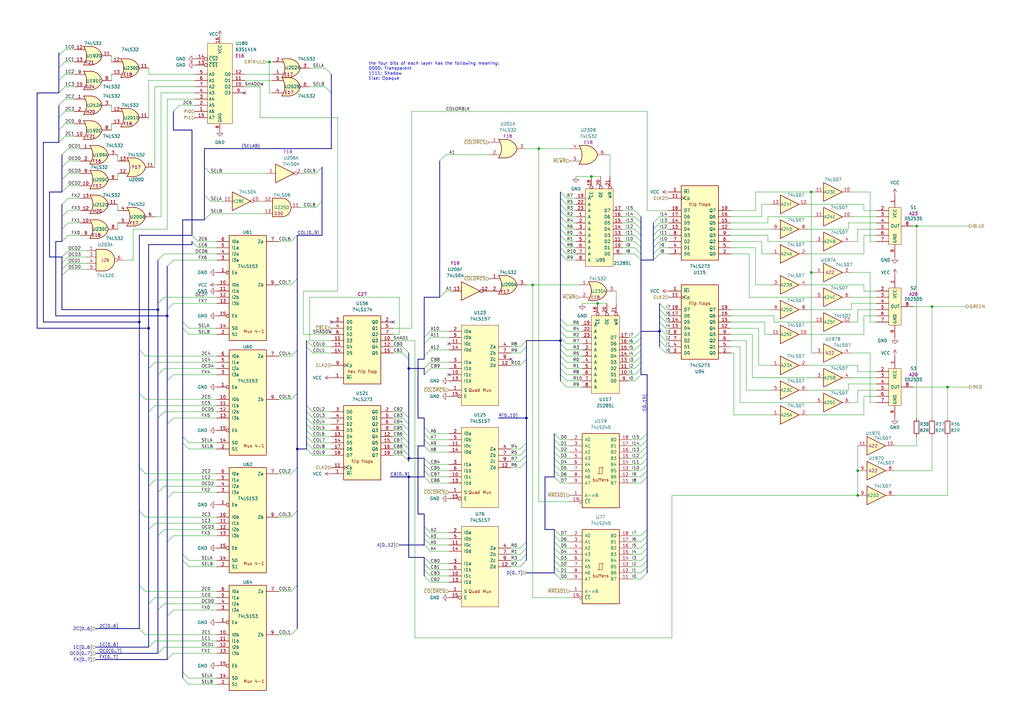
<source format=kicad_sch>
(kicad_sch (version 20230121) (generator eeschema)
  (paper "A3")
  (title_block (title "The Final Round") (date "2023-05-11") (company "Konami GX870") (comment 1 "Color Mixer"))
  (bus_alias "SELAB" (members "SELA" "SELB"))
  (junction (at 64.77 127))
  (junction (at 388.62 158.75))
  (junction (at 110.49 25.4))
  (junction (at 218.44 116.84))
  (junction (at 351.79 203.2))
  (junction (at 121.92 184.15))
  (junction (at 332.74 78.74))
  (junction (at 375.92 92.71))
  (junction (at 68.58 129.54))
  (junction (at 382.27 125.73))
  (junction (at 167.64 195.58))
  (junction (at 270.51 135.89))
  (junction (at 332.74 111.76))
  (junction (at 167.64 187.96))
  (junction (at 215.9 171.45))
  (junction (at 220.98 60.96))
  (junction (at 57.15 132.08))
  (junction (at 242.57 72.39))
  (junction (at 60.96 134.62))
  (junction (at 229.87 139.7))
  (junction (at 245.11 124.46))
  (junction (at 351.79 193.04))
  (junction (at 167.64 151.13))
  (no_connect (at 161.29 132.08))
  (no_connect (at 209.55 147.32))
  (no_connect (at 184.15 140.97))
  (no_connect (at 100.33 38.1))
  (no_connect (at 184.15 153.67))
  (no_connect (at 135.89 132.08))
  (bus_entry (at 173.99 233.68) (size 2.54 2.54))
  (bus_entry (at 260.35 93.98) (size 2.54 2.54))
  (bus_entry (at 229.87 96.52) (size 2.54 2.54))
  (bus_entry (at 119.38 194.31) (size 2.54 -2.54))
  (bus_entry (at 173.99 236.22) (size 2.54 2.54))
  (bus_entry (at 57.15 209.55) (size 2.54 2.54))
  (bus_entry (at 213.36 142.24) (size 2.54 -2.54))
  (bus_entry (at 68.58 222.25) (size 2.54 -2.54))
  (bus_entry (at 64.77 219.71) (size 2.54 -2.54))
  (bus_entry (at 213.36 227.33) (size 2.54 -2.54))
  (bus_entry (at 262.89 187.96) (size 2.54 -2.54))
  (bus_entry (at 165.1 173.99) (size 2.54 2.54))
  (bus_entry (at 68.58 109.22) (size 2.54 -2.54))
  (bus_entry (at 57.15 191.77) (size 2.54 2.54))
  (bus_entry (at 262.89 185.42) (size 2.54 -2.54))
  (bus_entry (at 83.82 90.17) (size 2.54 -2.54))
  (bus_entry (at 25.4 78.74) (size 2.54 -2.54))
  (bus_entry (at 229.87 88.9) (size 2.54 2.54))
  (bus_entry (at 125.73 166.37) (size 2.54 2.54))
  (bus_entry (at 125.73 139.7) (size 2.54 2.54))
  (bus_entry (at 125.73 142.24) (size 2.54 2.54))
  (bus_entry (at 229.87 146.05) (size 2.54 2.54))
  (bus_entry (at 77.47 181.61) (size -2.54 -2.54))
  (bus_entry (at 260.35 140.97) (size 2.54 -2.54))
  (bus_entry (at 64.77 124.46) (size 2.54 -2.54))
  (bus_entry (at 262.89 237.49) (size 2.54 -2.54))
  (bus_entry (at 260.35 96.52) (size 2.54 2.54))
  (bus_entry (at 262.89 190.5) (size 2.54 -2.54))
  (bus_entry (at 227.33 187.96) (size 2.54 2.54))
  (bus_entry (at 24.13 22.86) (size 2.54 -2.54))
  (bus_entry (at 227.33 217.17) (size 2.54 2.54))
  (bus_entry (at 173.99 182.88) (size 2.54 2.54))
  (bus_entry (at 60.96 217.17) (size 2.54 -2.54))
  (bus_entry (at 229.87 143.51) (size 2.54 2.54))
  (bus_entry (at 267.97 91.44) (size 2.54 -2.54))
  (bus_entry (at 213.36 144.78) (size 2.54 -2.54))
  (bus_entry (at 119.38 212.09) (size 2.54 -2.54))
  (bus_entry (at 77.47 184.15) (size -2.54 -2.54))
  (bus_entry (at 227.33 222.25) (size 2.54 2.54))
  (bus_entry (at 173.99 215.9) (size 2.54 2.54))
  (bus_entry (at 173.99 138.43) (size 2.54 -2.54))
  (bus_entry (at 173.99 140.97) (size 2.54 -2.54))
  (bus_entry (at 173.99 146.05) (size 2.54 -2.54))
  (bus_entry (at 173.99 151.13) (size 2.54 -2.54))
  (bus_entry (at 173.99 153.67) (size 2.54 -2.54))
  (bus_entry (at 173.99 190.5) (size 2.54 2.54))
  (bus_entry (at 64.77 171.45) (size 2.54 -2.54))
  (bus_entry (at 125.73 179.07) (size 2.54 2.54))
  (bus_entry (at 24.13 48.26) (size 2.54 -2.54))
  (bus_entry (at 60.96 168.91) (size 2.54 -2.54))
  (bus_entry (at 74.93 229.87) (size 2.54 2.54))
  (bus_entry (at 213.36 184.15) (size 2.54 -2.54))
  (bus_entry (at 125.73 168.91) (size 2.54 2.54))
  (bus_entry (at 173.99 228.6) (size 2.54 2.54))
  (bus_entry (at 229.87 83.82) (size 2.54 2.54))
  (bus_entry (at 68.58 270.51) (size 2.54 -2.54))
  (bus_entry (at 74.93 134.62) (size 2.54 2.54))
  (bus_entry (at 119.38 99.06) (size 2.54 -2.54))
  (bus_entry (at 60.96 265.43) (size 2.54 -2.54))
  (bus_entry (at 125.73 173.99) (size 2.54 2.54))
  (bus_entry (at 74.93 132.08) (size 2.54 2.54))
  (bus_entry (at 119.38 116.84) (size 2.54 -2.54))
  (bus_entry (at 270.51 132.08) (size 2.54 2.54))
  (bus_entry (at 229.87 135.89) (size 2.54 2.54))
  (bus_entry (at 267.97 96.52) (size 2.54 -2.54))
  (bus_entry (at 229.87 153.67) (size 2.54 2.54))
  (bus_entry (at 24.13 27.94) (size 2.54 -2.54))
  (bus_entry (at 25.4 107.95) (size 2.54 -2.54))
  (bus_entry (at 270.51 127) (size 2.54 2.54))
  (bus_entry (at 71.12 45.72) (size 2.54 -2.54))
  (bus_entry (at 262.89 180.34) (size 2.54 -2.54))
  (bus_entry (at 229.87 138.43) (size 2.54 2.54))
  (bus_entry (at 25.4 105.41) (size 2.54 -2.54))
  (bus_entry (at 60.96 199.39) (size 2.54 -2.54))
  (bus_entry (at 64.77 153.67) (size 2.54 -2.54))
  (bus_entry (at 260.35 88.9) (size 2.54 2.54))
  (bus_entry (at 260.35 146.05) (size 2.54 -2.54))
  (bus_entry (at 229.87 101.6) (size 2.54 2.54))
  (bus_entry (at 213.36 186.69) (size 2.54 -2.54))
  (bus_entry (at 227.33 193.04) (size 2.54 2.54))
  (bus_entry (at 119.38 146.05) (size 2.54 -2.54))
  (bus_entry (at 64.77 250.19) (size 2.54 -2.54))
  (bus_entry (at 57.15 143.51) (size 2.54 2.54))
  (bus_entry (at 227.33 219.71) (size 2.54 2.54))
  (bus_entry (at 270.51 137.16) (size 2.54 2.54))
  (bus_entry (at 57.15 240.03) (size 2.54 2.54))
  (bus_entry (at 83.82 80.01) (size 2.54 2.54))
  (bus_entry (at 267.97 99.06) (size 2.54 -2.54))
  (bus_entry (at 25.4 83.82) (size 2.54 -2.54))
  (bus_entry (at 227.33 185.42) (size 2.54 2.54))
  (bus_entry (at 125.73 184.15) (size 2.54 2.54))
  (bus_entry (at 64.77 267.97) (size 2.54 -2.54))
  (bus_entry (at 227.33 227.33) (size 2.54 2.54))
  (bus_entry (at 267.97 106.68) (size 2.54 -2.54))
  (bus_entry (at 125.73 176.53) (size 2.54 2.54))
  (bus_entry (at 165.1 179.07) (size 2.54 2.54))
  (bus_entry (at 68.58 204.47) (size 2.54 -2.54))
  (bus_entry (at 270.51 129.54) (size 2.54 2.54))
  (bus_entry (at 213.36 149.86) (size 2.54 -2.54))
  (bus_entry (at 78.74 96.52) (size 2.54 2.54))
  (bus_entry (at 25.4 63.5) (size 2.54 -2.54))
  (bus_entry (at 229.87 86.36) (size 2.54 2.54))
  (bus_entry (at 173.99 220.98) (size 2.54 2.54))
  (bus_entry (at 57.15 161.29) (size 2.54 2.54))
  (bus_entry (at 173.99 177.8) (size 2.54 2.54))
  (bus_entry (at 260.35 99.06) (size 2.54 2.54))
  (bus_entry (at 213.36 191.77) (size 2.54 -2.54))
  (bus_entry (at 173.99 180.34) (size 2.54 2.54))
  (bus_entry (at 229.87 140.97) (size 2.54 2.54))
  (bus_entry (at 267.97 104.14) (size 2.54 -2.54))
  (bus_entry (at 24.13 33.02) (size 2.54 -2.54))
  (bus_entry (at 173.99 218.44) (size 2.54 2.54))
  (bus_entry (at 229.87 133.35) (size 2.54 2.54))
  (bus_entry (at 267.97 101.6) (size 2.54 -2.54))
  (bus_entry (at 60.96 151.13) (size 2.54 -2.54))
  (bus_entry (at 165.1 186.69) (size 2.54 2.54))
  (bus_entry (at 270.51 142.24) (size 2.54 2.54))
  (bus_entry (at 57.15 257.81) (size 2.54 2.54))
  (bus_entry (at 24.13 43.18) (size 2.54 -2.54))
  (bus_entry (at 227.33 177.8) (size 2.54 2.54))
  (bus_entry (at 64.77 201.93) (size 2.54 -2.54))
  (bus_entry (at 213.36 224.79) (size 2.54 -2.54))
  (bus_entry (at 24.13 58.42) (size 2.54 -2.54))
  (bus_entry (at 260.35 156.21) (size 2.54 -2.54))
  (bus_entry (at 125.73 181.61) (size 2.54 2.54))
  (bus_entry (at 270.51 139.7) (size 2.54 2.54))
  (bus_entry (at 262.89 229.87) (size 2.54 -2.54))
  (bus_entry (at 229.87 81.28) (size 2.54 2.54))
  (bus_entry (at 227.33 232.41) (size 2.54 2.54))
  (bus_entry (at 260.35 101.6) (size 2.54 2.54))
  (bus_entry (at 119.38 163.83) (size 2.54 -2.54))
  (bus_entry (at 270.51 124.46) (size 2.54 2.54))
  (bus_entry (at 78.74 99.06) (size 2.54 2.54))
  (bus_entry (at 133.35 27.94) (size 2.54 2.54))
  (bus_entry (at 180.34 121.92) (size 2.54 -2.54))
  (bus_entry (at 262.89 193.04) (size 2.54 -2.54))
  (bus_entry (at 229.87 130.81) (size 2.54 2.54))
  (bus_entry (at 229.87 99.06) (size 2.54 2.54))
  (bus_entry (at 129.54 85.09) (size 2.54 -2.54))
  (bus_entry (at 165.1 168.91) (size 2.54 2.54))
  (bus_entry (at 165.1 142.24) (size 2.54 2.54))
  (bus_entry (at 165.1 144.78) (size 2.54 2.54))
  (bus_entry (at 173.99 195.58) (size 2.54 2.54))
  (bus_entry (at 227.33 190.5) (size 2.54 2.54))
  (bus_entry (at 227.33 224.79) (size 2.54 2.54))
  (bus_entry (at 24.13 53.34) (size 2.54 -2.54))
  (bus_entry (at 229.87 104.14) (size 2.54 2.54))
  (bus_entry (at 68.58 173.99) (size 2.54 -2.54))
  (bus_entry (at 74.93 227.33) (size 2.54 2.54))
  (bus_entry (at 25.4 88.9) (size 2.54 -2.54))
  (bus_entry (at 267.97 93.98) (size 2.54 -2.54))
  (bus_entry (at 262.89 227.33) (size 2.54 -2.54))
  (bus_entry (at 262.89 195.58) (size 2.54 -2.54))
  (bus_entry (at 165.1 171.45) (size 2.54 2.54))
  (bus_entry (at 229.87 156.21) (size 2.54 2.54))
  (bus_entry (at 260.35 153.67) (size 2.54 -2.54))
  (bus_entry (at 262.89 224.79) (size 2.54 -2.54))
  (bus_entry (at 173.99 223.52) (size 2.54 2.54))
  (bus_entry (at 125.73 171.45) (size 2.54 2.54))
  (bus_entry (at 227.33 180.34) (size 2.54 2.54))
  (bus_entry (at 260.35 138.43) (size 2.54 -2.54))
  (bus_entry (at 262.89 219.71) (size 2.54 -2.54))
  (bus_entry (at 260.35 143.51) (size 2.54 -2.54))
  (bus_entry (at 74.93 275.59) (size 2.54 2.54))
  (bus_entry (at 173.99 175.26) (size 2.54 2.54))
  (bus_entry (at 260.35 151.13) (size 2.54 -2.54))
  (bus_entry (at 68.58 156.21) (size 2.54 -2.54))
  (bus_entry (at 229.87 78.74) (size 2.54 2.54))
  (bus_entry (at 165.1 176.53) (size 2.54 2.54))
  (bus_entry (at 25.4 68.58) (size 2.54 -2.54))
  (bus_entry (at 227.33 229.87) (size 2.54 2.54))
  (bus_entry (at 119.38 242.57) (size 2.54 -2.54))
  (bus_entry (at 83.82 68.58) (size 2.54 2.54))
  (bus_entry (at 68.58 127) (size 2.54 -2.54))
  (bus_entry (at 74.93 278.13) (size 2.54 2.54))
  (bus_entry (at 213.36 232.41) (size 2.54 -2.54))
  (bus_entry (at 64.77 106.68) (size 2.54 -2.54))
  (bus_entry (at 262.89 198.12) (size 2.54 -2.54))
  (bus_entry (at 133.35 35.56) (size 2.54 2.54))
  (bus_entry (at 260.35 91.44) (size 2.54 2.54))
  (bus_entry (at 25.4 99.06) (size 2.54 -2.54))
  (bus_entry (at 24.13 38.1) (size 2.54 -2.54))
  (bus_entry (at 229.87 91.44) (size 2.54 2.54))
  (bus_entry (at 262.89 232.41) (size 2.54 -2.54))
  (bus_entry (at 262.89 234.95) (size 2.54 -2.54))
  (bus_entry (at 213.36 229.87) (size 2.54 -2.54))
  (bus_entry (at 227.33 234.95) (size 2.54 2.54))
  (bus_entry (at 229.87 148.59) (size 2.54 2.54))
  (bus_entry (at 260.35 148.59) (size 2.54 -2.54))
  (bus_entry (at 129.54 71.12) (size 2.54 -2.54))
  (bus_entry (at 173.99 231.14) (size 2.54 2.54))
  (bus_entry (at 119.38 260.35) (size 2.54 -2.54))
  (bus_entry (at 60.96 247.65) (size 2.54 -2.54))
  (bus_entry (at 260.35 86.36) (size 2.54 2.54))
  (bus_entry (at 25.4 93.98) (size 2.54 -2.54))
  (bus_entry (at 262.89 222.25) (size 2.54 -2.54))
  (bus_entry (at 25.4 110.49) (size 2.54 -2.54))
  (bus_entry (at 180.34 66.04) (size 2.54 -2.54))
  (bus_entry (at 229.87 151.13) (size 2.54 2.54))
  (bus_entry (at 165.1 181.61) (size 2.54 2.54))
  (bus_entry (at 25.4 113.03) (size 2.54 -2.54))
  (bus_entry (at 229.87 93.98) (size 2.54 2.54))
  (bus_entry (at 270.51 134.62) (size 2.54 2.54))
  (bus_entry (at 173.99 193.04) (size 2.54 2.54))
  (bus_entry (at 25.4 73.66) (size 2.54 -2.54))
  (bus_entry (at 68.58 252.73) (size 2.54 -2.54))
  (bus_entry (at 227.33 195.58) (size 2.54 2.54))
  (bus_entry (at 213.36 189.23) (size 2.54 -2.54))
  (bus_entry (at 165.1 184.15) (size 2.54 2.54))
  (bus_entry (at 260.35 104.14) (size 2.54 2.54))
  (bus_entry (at 227.33 182.88) (size 2.54 2.54))
  (bus_entry (at 173.99 187.96) (size 2.54 2.54))
  (bus_entry (at 262.89 182.88) (size 2.54 -2.54))
  (wire (pts (xy 314.96 99.06) (xy 314.96 96.52)))
  (bus (pts (xy 24.13 38.1) (xy 15.24 38.1)))
  (bus (pts (xy 167.64 181.61) (xy 167.64 184.15)))
  (wire (pts (xy 311.15 134.62) (xy 311.15 149.86)))
  (wire (pts (xy 347.98 91.44) (xy 359.41 91.44)))
  (bus (pts (xy 229.87 156.21) (xy 229.87 153.67)))
  (bus (pts (xy 229.87 133.35) (xy 229.87 130.81)))
  (bus (pts (xy 227.33 187.96) (xy 227.33 190.5)))
  (bus (pts (xy 83.82 68.58) (xy 83.82 60.96)))
  (wire (pts (xy 232.41 135.89) (xy 238.76 135.89)))
  (wire (pts (xy 161.29 134.62) (xy 168.91 134.62)))
  (bus (pts (xy 83.82 80.01) (xy 83.82 68.58)))
  (wire (pts (xy 68.58 40.64) (xy 80.01 40.64)))
  (wire (pts (xy 176.53 218.44) (xy 184.15 218.44)))
  (wire (pts (xy 26.67 35.56) (xy 30.48 35.56)))
  (wire (pts (xy 123.19 85.09) (xy 129.54 85.09)))
  (wire (pts (xy 27.94 66.04) (xy 33.02 66.04)))
  (bus (pts (xy 60.96 199.39) (xy 60.96 217.17)))
  (wire (pts (xy 124.46 137.16) (xy 135.89 137.16)))
  (wire (pts (xy 308.61 154.94) (xy 308.61 137.16)))
  (wire (pts (xy 60.96 27.94) (xy 60.96 30.48)))
  (bus (pts (xy 125.73 181.61) (xy 125.73 184.15)))
  (wire (pts (xy 63.5 262.89) (xy 88.9 262.89)))
  (wire (pts (xy 349.25 88.9) (xy 359.41 88.9)))
  (wire (pts (xy 67.31 199.39) (xy 88.9 199.39)))
  (bus (pts (xy 173.99 233.68) (xy 173.99 231.14)))
  (wire (pts (xy 110.49 25.4) (xy 111.76 25.4)))
  (bus (pts (xy 204.47 171.45) (xy 215.9 171.45)))
  (bus (pts (xy 215.9 227.33) (xy 215.9 224.79)))
  (wire (pts (xy 48.26 63.5) (xy 48.26 66.04)))
  (wire (pts (xy 312.42 83.82) (xy 316.23 83.82)))
  (wire (pts (xy 232.41 83.82) (xy 236.22 83.82)))
  (wire (pts (xy 299.72 134.62) (xy 311.15 134.62)))
  (wire (pts (xy 232.41 156.21) (xy 238.76 156.21)))
  (bus (pts (xy 20.32 105.41) (xy 25.4 105.41)))
  (bus (pts (xy 173.99 220.98) (xy 173.99 223.52)))
  (wire (pts (xy 257.81 140.97) (xy 260.35 140.97)))
  (wire (pts (xy 232.41 81.28) (xy 236.22 81.28)))
  (wire (pts (xy 27.94 81.28) (xy 33.02 81.28)))
  (wire (pts (xy 232.41 96.52) (xy 236.22 96.52)))
  (bus (pts (xy 167.64 173.99) (xy 167.64 176.53)))
  (wire (pts (xy 356.87 132.08) (xy 359.41 132.08)))
  (wire (pts (xy 60.96 48.26) (xy 60.96 33.02)))
  (wire (pts (xy 27.94 76.2) (xy 33.02 76.2)))
  (wire (pts (xy 163.83 137.16) (xy 163.83 121.92)))
  (wire (pts (xy 273.05 129.54) (xy 274.32 129.54)))
  (bus (pts (xy 25.4 68.58) (xy 25.4 73.66)))
  (wire (pts (xy 232.41 101.6) (xy 236.22 101.6)))
  (wire (pts (xy 218.44 116.84) (xy 237.49 116.84)))
  (wire (pts (xy 313.69 132.08) (xy 299.72 132.08)))
  (bus (pts (xy 24.13 22.86) (xy 24.13 27.94)))
  (wire (pts (xy 259.08 190.5) (xy 262.89 190.5)))
  (bus (pts (xy 262.89 135.89) (xy 262.89 138.43)))
  (bus (pts (xy 57.15 161.29) (xy 57.15 191.77)))
  (wire (pts (xy 128.27 144.78) (xy 135.89 144.78)))
  (wire (pts (xy 86.36 87.63) (xy 107.95 87.63)))
  (wire (pts (xy 209.55 186.69) (xy 213.36 186.69)))
  (bus (pts (xy 227.33 180.34) (xy 227.33 182.88)))
  (wire (pts (xy 229.87 224.79) (xy 233.68 224.79)))
  (wire (pts (xy 312.42 88.9) (xy 312.42 83.82)))
  (wire (pts (xy 232.41 88.9) (xy 236.22 88.9)))
  (wire (pts (xy 161.29 173.99) (xy 165.1 173.99)))
  (wire (pts (xy 86.36 82.55) (xy 91.44 82.55)))
  (bus (pts (xy 173.99 215.9) (xy 173.99 218.44)))
  (wire (pts (xy 331.47 104.14) (xy 354.33 104.14)))
  (wire (pts (xy 161.29 179.07) (xy 165.1 179.07)))
  (wire (pts (xy 176.53 185.42) (xy 184.15 185.42)))
  (wire (pts (xy 168.91 45.72) (xy 168.91 134.62)))
  (wire (pts (xy 106.68 48.26) (xy 138.43 48.26)))
  (bus (pts (xy 270.51 135.89) (xy 270.51 137.16)))
  (bus (pts (xy 173.99 171.45) (xy 173.99 175.26)))
  (bus (pts (xy 215.9 222.25) (xy 215.9 189.23)))
  (bus (pts (xy 167.64 186.69) (xy 167.64 187.96)))
  (bus (pts (xy 229.87 93.98) (xy 229.87 96.52)))
  (wire (pts (xy 270.51 101.6) (xy 274.32 101.6)))
  (wire (pts (xy 27.94 60.96) (xy 33.02 60.96)))
  (bus (pts (xy 173.99 218.44) (xy 173.99 220.98)))
  (wire (pts (xy 114.3 242.57) (xy 119.38 242.57)))
  (bus (pts (xy 265.43 195.58) (xy 265.43 217.17)))
  (wire (pts (xy 114.3 194.31) (xy 119.38 194.31)))
  (wire (pts (xy 259.08 232.41) (xy 262.89 232.41)))
  (wire (pts (xy 48.26 83.82) (xy 48.26 86.36)))
  (wire (pts (xy 63.5 166.37) (xy 88.9 166.37)))
  (bus (pts (xy 215.9 147.32) (xy 215.9 171.45)))
  (bus (pts (xy 22.86 99.06) (xy 22.86 129.54)))
  (wire (pts (xy 351.79 182.88) (xy 351.79 193.04)))
  (wire (pts (xy 71.12 250.19) (xy 88.9 250.19)))
  (bus (pts (xy 121.92 209.55) (xy 121.92 240.03)))
  (wire (pts (xy 354.33 104.14) (xy 354.33 96.52)))
  (wire (pts (xy 232.41 158.75) (xy 238.76 158.75)))
  (wire (pts (xy 351.79 99.06) (xy 351.79 93.98)))
  (wire (pts (xy 351.79 127) (xy 351.79 132.08)))
  (bus (pts (xy 215.9 229.87) (xy 215.9 227.33)))
  (wire (pts (xy 161.29 144.78) (xy 165.1 144.78)))
  (wire (pts (xy 275.59 261.62) (xy 275.59 203.2)))
  (bus (pts (xy 265.43 229.87) (xy 265.43 232.41)))
  (wire (pts (xy 245.11 124.46) (xy 248.92 124.46)))
  (wire (pts (xy 26.67 20.32) (xy 30.48 20.32)))
  (wire (pts (xy 259.08 234.95) (xy 262.89 234.95)))
  (wire (pts (xy 334.01 88.9) (xy 314.96 88.9)))
  (bus (pts (xy 173.99 138.43) (xy 173.99 121.92)))
  (wire (pts (xy 71.12 106.68) (xy 88.9 106.68)))
  (bus (pts (xy 167.64 187.96) (xy 173.99 187.96)))
  (bus (pts (xy 167.64 187.96) (xy 167.64 189.23)))
  (wire (pts (xy 259.08 187.96) (xy 262.89 187.96)))
  (bus (pts (xy 262.89 151.13) (xy 262.89 153.67)))
  (wire (pts (xy 299.72 129.54) (xy 317.5 129.54)))
  (wire (pts (xy 354.33 170.18) (xy 354.33 162.56)))
  (bus (pts (xy 229.87 138.43) (xy 229.87 135.89)))
  (wire (pts (xy 232.41 138.43) (xy 238.76 138.43)))
  (wire (pts (xy 356.87 132.08) (xy 356.87 111.76)))
  (wire (pts (xy 270.51 93.98) (xy 274.32 93.98)))
  (wire (pts (xy 347.98 157.48) (xy 359.41 157.48)))
  (bus (pts (xy 125.73 173.99) (xy 125.73 176.53)))
  (bus (pts (xy 229.87 140.97) (xy 229.87 139.7)))
  (wire (pts (xy 229.87 227.33) (xy 233.68 227.33)))
  (wire (pts (xy 255.27 86.36) (xy 260.35 86.36)))
  (bus (pts (xy 121.92 184.15) (xy 125.73 184.15)))
  (wire (pts (xy 375.92 92.71) (xy 375.92 171.45)))
  (wire (pts (xy 81.28 101.6) (xy 88.9 101.6)))
  (bus (pts (xy 15.24 38.1) (xy 15.24 134.62)))
  (bus (pts (xy 267.97 106.68) (xy 262.89 106.68)))
  (bus (pts (xy 171.45 210.82) (xy 173.99 210.82)))
  (bus (pts (xy 121.92 114.3) (xy 121.92 143.51)))
  (bus (pts (xy 132.08 68.58) (xy 132.08 82.55)))
  (wire (pts (xy 27.94 86.36) (xy 33.02 86.36)))
  (bus (pts (xy 83.82 90.17) (xy 74.93 90.17)))
  (wire (pts (xy 161.29 137.16) (xy 163.83 137.16)))
  (bus (pts (xy 262.89 88.9) (xy 262.89 91.44)))
  (wire (pts (xy 229.87 219.71) (xy 233.68 219.71)))
  (wire (pts (xy 299.72 101.6) (xy 309.88 101.6)))
  (bus (pts (xy 262.89 106.68) (xy 262.89 135.89)))
  (bus (pts (xy 121.92 161.29) (xy 121.92 184.15)))
  (wire (pts (xy 299.72 104.14) (xy 307.34 104.14)))
  (wire (pts (xy 275.59 203.2) (xy 351.79 203.2)))
  (wire (pts (xy 259.08 198.12) (xy 262.89 198.12)))
  (wire (pts (xy 176.53 138.43) (xy 184.15 138.43)))
  (wire (pts (xy 26.67 30.48) (xy 30.48 30.48)))
  (wire (pts (xy 59.69 194.31) (xy 88.9 194.31)))
  (wire (pts (xy 66.04 88.9) (xy 63.5 88.9)))
  (bus (pts (xy 121.92 184.15) (xy 121.92 191.77)))
  (wire (pts (xy 77.47 229.87) (xy 88.9 229.87)))
  (wire (pts (xy 161.29 176.53) (xy 165.1 176.53)))
  (wire (pts (xy 331.47 83.82) (xy 354.33 83.82)))
  (bus (pts (xy 25.4 73.66) (xy 25.4 78.74)))
  (bus (pts (xy 227.33 232.41) (xy 227.33 234.95)))
  (wire (pts (xy 100.33 30.48) (xy 111.76 30.48)))
  (wire (pts (xy 110.49 38.1) (xy 110.49 25.4)))
  (wire (pts (xy 312.42 104.14) (xy 316.23 104.14)))
  (wire (pts (xy 332.74 144.78) (xy 334.01 144.78)))
  (wire (pts (xy 273.05 134.62) (xy 274.32 134.62)))
  (wire (pts (xy 220.98 60.96) (xy 220.98 205.74)))
  (wire (pts (xy 215.9 60.96) (xy 220.98 60.96)))
  (wire (pts (xy 331.47 116.84) (xy 354.33 116.84)))
  (wire (pts (xy 316.23 160.02) (xy 306.07 160.02)))
  (wire (pts (xy 176.53 135.89) (xy 184.15 135.89)))
  (wire (pts (xy 354.33 162.56) (xy 359.41 162.56)))
  (bus (pts (xy 229.87 153.67) (xy 229.87 151.13)))
  (wire (pts (xy 316.23 116.84) (xy 309.88 116.84)))
  (wire (pts (xy 273.05 132.08) (xy 274.32 132.08)))
  (bus (pts (xy 173.99 228.6) (xy 167.64 228.6)))
  (bus (pts (xy 125.73 179.07) (xy 125.73 181.61)))
  (wire (pts (xy 351.79 149.86) (xy 351.79 152.4)))
  (wire (pts (xy 307.34 104.14) (xy 307.34 121.92)))
  (bus (pts (xy 24.13 21.59) (xy 24.13 22.86)))
  (bus (pts (xy 20.32 78.74) (xy 25.4 78.74)))
  (wire (pts (xy 68.58 40.64) (xy 68.58 93.98)))
  (wire (pts (xy 128.27 186.69) (xy 135.89 186.69)))
  (wire (pts (xy 176.53 236.22) (xy 184.15 236.22)))
  (wire (pts (xy 27.94 71.12) (xy 33.02 71.12)))
  (bus (pts (xy 39.37 270.51) (xy 68.58 270.51)))
  (bus (pts (xy 167.64 179.07) (xy 167.64 181.61)))
  (wire (pts (xy 317.5 132.08) (xy 317.5 129.54)))
  (wire (pts (xy 26.67 40.64) (xy 30.48 40.64)))
  (bus (pts (xy 265.43 190.5) (xy 265.43 193.04)))
  (bus (pts (xy 227.33 222.25) (xy 227.33 224.79)))
  (wire (pts (xy 218.44 116.84) (xy 218.44 245.11)))
  (wire (pts (xy 127 121.92) (xy 127 139.7)))
  (wire (pts (xy 354.33 129.54) (xy 354.33 137.16)))
  (wire (pts (xy 67.31 151.13) (xy 88.9 151.13)))
  (bus (pts (xy 262.89 138.43) (xy 262.89 140.97)))
  (wire (pts (xy 209.55 191.77) (xy 213.36 191.77)))
  (bus (pts (xy 57.15 209.55) (xy 57.15 240.03)))
  (wire (pts (xy 182.88 119.38) (xy 185.42 119.38)))
  (bus (pts (xy 262.89 96.52) (xy 262.89 99.06)))
  (wire (pts (xy 229.87 198.12) (xy 233.68 198.12)))
  (wire (pts (xy 71.12 219.71) (xy 88.9 219.71)))
  (wire (pts (xy 161.29 168.91) (xy 165.1 168.91)))
  (wire (pts (xy 229.87 187.96) (xy 233.68 187.96)))
  (wire (pts (xy 367.03 203.2) (xy 388.62 203.2)))
  (wire (pts (xy 176.53 193.04) (xy 184.15 193.04)))
  (bus (pts (xy 265.43 180.34) (xy 265.43 182.88)))
  (wire (pts (xy 299.72 93.98) (xy 316.23 93.98)))
  (wire (pts (xy 111.76 38.1) (xy 110.49 38.1)))
  (bus (pts (xy 68.58 109.22) (xy 68.58 127)))
  (wire (pts (xy 255.27 93.98) (xy 260.35 93.98)))
  (bus (pts (xy 167.64 144.78) (xy 167.64 147.32)))
  (wire (pts (xy 163.83 121.92) (xy 127 121.92)))
  (wire (pts (xy 270.51 91.44) (xy 274.32 91.44)))
  (bus (pts (xy 173.99 140.97) (xy 173.99 146.05)))
  (bus (pts (xy 265.43 227.33) (xy 265.43 229.87)))
  (bus (pts (xy 167.64 195.58) (xy 173.99 195.58)))
  (bus (pts (xy 74.93 132.08) (xy 74.93 134.62)))
  (wire (pts (xy 229.87 232.41) (xy 233.68 232.41)))
  (wire (pts (xy 351.79 193.04) (xy 351.79 203.2)))
  (wire (pts (xy 347.98 160.02) (xy 347.98 157.48)))
  (wire (pts (xy 176.53 143.51) (xy 184.15 143.51)))
  (wire (pts (xy 273.05 137.16) (xy 274.32 137.16)))
  (wire (pts (xy 209.55 144.78) (xy 213.36 144.78)))
  (wire (pts (xy 257.81 138.43) (xy 260.35 138.43)))
  (wire (pts (xy 259.08 180.34) (xy 262.89 180.34)))
  (wire (pts (xy 27.94 105.41) (xy 35.56 105.41)))
  (bus (pts (xy 229.87 83.82) (xy 229.87 86.36)))
  (bus (pts (xy 227.33 190.5) (xy 227.33 193.04)))
  (wire (pts (xy 215.9 116.84) (xy 218.44 116.84)))
  (wire (pts (xy 354.33 96.52) (xy 359.41 96.52)))
  (wire (pts (xy 26.67 45.72) (xy 30.48 45.72)))
  (bus (pts (xy 227.33 193.04) (xy 227.33 195.58)))
  (bus (pts (xy 215.9 224.79) (xy 215.9 222.25)))
  (bus (pts (xy 64.77 250.19) (xy 64.77 267.97)))
  (wire (pts (xy 309.88 86.36) (xy 309.88 78.74)))
  (bus (pts (xy 173.99 190.5) (xy 173.99 193.04)))
  (bus (pts (xy 267.97 99.06) (xy 267.97 101.6)))
  (wire (pts (xy 313.69 137.16) (xy 316.23 137.16)))
  (wire (pts (xy 375.92 182.88) (xy 375.92 179.07)))
  (bus (pts (xy 270.51 124.46) (xy 270.51 127)))
  (wire (pts (xy 232.41 86.36) (xy 236.22 86.36)))
  (wire (pts (xy 232.41 91.44) (xy 236.22 91.44)))
  (bus (pts (xy 227.33 217.17) (xy 227.33 219.71)))
  (wire (pts (xy 354.33 129.54) (xy 359.41 129.54)))
  (bus (pts (xy 173.99 210.82) (xy 173.99 215.9)))
  (bus (pts (xy 125.73 142.24) (xy 125.73 166.37)))
  (bus (pts (xy 171.45 147.32) (xy 171.45 171.45)))
  (wire (pts (xy 382.27 125.73) (xy 382.27 171.45)))
  (bus (pts (xy 83.82 60.96) (xy 135.89 60.96)))
  (bus (pts (xy 267.97 104.14) (xy 267.97 106.68)))
  (bus (pts (xy 78.74 99.06) (xy 78.74 100.33)))
  (wire (pts (xy 109.22 25.4) (xy 110.49 25.4)))
  (wire (pts (xy 259.08 193.04) (xy 262.89 193.04)))
  (wire (pts (xy 176.53 190.5) (xy 184.15 190.5)))
  (wire (pts (xy 71.12 153.67) (xy 88.9 153.67)))
  (wire (pts (xy 311.15 149.86) (xy 316.23 149.86)))
  (wire (pts (xy 124.46 71.12) (xy 129.54 71.12)))
  (wire (pts (xy 138.43 48.26) (xy 138.43 119.38)))
  (bus (pts (xy 265.43 182.88) (xy 265.43 185.42)))
  (wire (pts (xy 176.53 148.59) (xy 184.15 148.59)))
  (wire (pts (xy 349.25 132.08) (xy 351.79 132.08)))
  (wire (pts (xy 114.3 116.84) (xy 119.38 116.84)))
  (bus (pts (xy 265.43 177.8) (xy 265.43 180.34)))
  (wire (pts (xy 270.51 99.06) (xy 274.32 99.06)))
  (wire (pts (xy 332.74 111.76) (xy 334.01 111.76)))
  (wire (pts (xy 331.47 93.98) (xy 347.98 93.98)))
  (bus (pts (xy 25.4 93.98) (xy 25.4 99.06)))
  (wire (pts (xy 170.18 139.7) (xy 170.18 261.62)))
  (wire (pts (xy 63.5 245.11) (xy 88.9 245.11)))
  (wire (pts (xy 259.08 227.33) (xy 262.89 227.33)))
  (wire (pts (xy 77.47 280.67) (xy 88.9 280.67)))
  (wire (pts (xy 273.05 127) (xy 274.32 127)))
  (wire (pts (xy 229.87 182.88) (xy 233.68 182.88)))
  (bus (pts (xy 71.12 45.72) (xy 71.12 53.34)))
  (wire (pts (xy 351.79 160.02) (xy 359.41 160.02)))
  (bus (pts (xy 15.24 134.62) (xy 60.96 134.62)))
  (bus (pts (xy 173.99 151.13) (xy 173.99 153.67)))
  (wire (pts (xy 86.36 71.12) (xy 109.22 71.12)))
  (bus (pts (xy 68.58 156.21) (xy 68.58 173.99)))
  (wire (pts (xy 176.53 180.34) (xy 184.15 180.34)))
  (wire (pts (xy 314.96 96.52) (xy 299.72 96.52)))
  (wire (pts (xy 59.69 242.57) (xy 88.9 242.57)))
  (bus (pts (xy 71.12 53.34) (xy 78.74 53.34)))
  (bus (pts (xy 24.13 43.18) (xy 24.13 48.26)))
  (bus (pts (xy 223.52 217.17) (xy 227.33 217.17)))
  (wire (pts (xy 128.27 168.91) (xy 135.89 168.91)))
  (wire (pts (xy 48.26 71.12) (xy 48.26 73.66)))
  (wire (pts (xy 220.98 60.96) (xy 233.68 60.96)))
  (wire (pts (xy 45.72 50.8) (xy 45.72 53.34)))
  (bus (pts (xy 229.87 146.05) (xy 229.87 143.51)))
  (bus (pts (xy 215.9 184.15) (xy 215.9 181.61)))
  (wire (pts (xy 232.41 140.97) (xy 238.76 140.97)))
  (wire (pts (xy 316.23 170.18) (xy 300.99 170.18)))
  (bus (pts (xy 74.93 179.07) (xy 74.93 181.61)))
  (wire (pts (xy 255.27 96.52) (xy 260.35 96.52)))
  (wire (pts (xy 128.27 173.99) (xy 135.89 173.99)))
  (bus (pts (xy 267.97 101.6) (xy 267.97 104.14)))
  (bus (pts (xy 262.89 93.98) (xy 262.89 96.52)))
  (bus (pts (xy 227.33 229.87) (xy 227.33 232.41)))
  (wire (pts (xy 127 139.7) (xy 135.89 139.7)))
  (bus (pts (xy 262.89 101.6) (xy 262.89 104.14)))
  (bus (pts (xy 25.4 107.95) (xy 25.4 110.49)))
  (wire (pts (xy 232.41 148.59) (xy 238.76 148.59)))
  (wire (pts (xy 229.87 185.42) (xy 233.68 185.42)))
  (bus (pts (xy 173.99 177.8) (xy 173.99 180.34)))
  (wire (pts (xy 354.33 86.36) (xy 359.41 86.36)))
  (bus (pts (xy 227.33 227.33) (xy 227.33 229.87)))
  (wire (pts (xy 114.3 146.05) (xy 119.38 146.05)))
  (wire (pts (xy 255.27 101.6) (xy 260.35 101.6)))
  (wire (pts (xy 63.5 148.59) (xy 88.9 148.59)))
  (wire (pts (xy 351.79 152.4) (xy 359.41 152.4)))
  (wire (pts (xy 257.81 143.51) (xy 260.35 143.51)))
  (wire (pts (xy 356.87 111.76) (xy 349.25 111.76)))
  (wire (pts (xy 259.08 219.71) (xy 262.89 219.71)))
  (bus (pts (xy 215.9 234.95) (xy 227.33 234.95)))
  (bus (pts (xy 132.08 96.52) (xy 121.92 96.52)))
  (bus (pts (xy 68.58 129.54) (xy 68.58 156.21)))
  (wire (pts (xy 334.01 165.1) (xy 303.53 165.1)))
  (wire (pts (xy 128.27 176.53) (xy 135.89 176.53)))
  (bus (pts (xy 262.89 143.51) (xy 262.89 146.05)))
  (wire (pts (xy 176.53 198.12) (xy 184.15 198.12)))
  (bus (pts (xy 25.4 83.82) (xy 25.4 88.9)))
  (bus (pts (xy 267.97 93.98) (xy 267.97 96.52)))
  (bus (pts (xy 270.51 139.7) (xy 270.51 142.24)))
  (wire (pts (xy 161.29 186.69) (xy 165.1 186.69)))
  (wire (pts (xy 233.68 245.11) (xy 218.44 245.11)))
  (wire (pts (xy 176.53 177.8) (xy 184.15 177.8)))
  (wire (pts (xy 331.47 127) (xy 349.25 127)))
  (bus (pts (xy 267.97 91.44) (xy 267.97 93.98)))
  (wire (pts (xy 229.87 180.34) (xy 233.68 180.34)))
  (wire (pts (xy 67.31 247.65) (xy 88.9 247.65)))
  (wire (pts (xy 248.92 63.5) (xy 250.19 63.5)))
  (bus (pts (xy 262.89 146.05) (xy 262.89 148.59)))
  (bus (pts (xy 24.13 53.34) (xy 24.13 58.42)))
  (bus (pts (xy 229.87 151.13) (xy 229.87 148.59)))
  (wire (pts (xy 312.42 104.14) (xy 312.42 99.06)))
  (bus (pts (xy 215.9 189.23) (xy 215.9 186.69)))
  (wire (pts (xy 27.94 107.95) (xy 35.56 107.95)))
  (bus (pts (xy 229.87 148.59) (xy 229.87 146.05)))
  (bus (pts (xy 167.64 184.15) (xy 167.64 186.69)))
  (wire (pts (xy 176.53 182.88) (xy 184.15 182.88)))
  (bus (pts (xy 171.45 171.45) (xy 173.99 171.45)))
  (wire (pts (xy 209.55 184.15) (xy 213.36 184.15)))
  (wire (pts (xy 209.55 227.33) (xy 213.36 227.33)))
  (wire (pts (xy 347.98 93.98) (xy 347.98 91.44)))
  (bus (pts (xy 60.96 247.65) (xy 60.96 265.43)))
  (wire (pts (xy 351.79 93.98) (xy 359.41 93.98)))
  (wire (pts (xy 299.72 88.9) (xy 312.42 88.9)))
  (bus (pts (xy 229.87 86.36) (xy 229.87 88.9)))
  (wire (pts (xy 161.29 142.24) (xy 165.1 142.24)))
  (bus (pts (xy 74.93 181.61) (xy 74.93 227.33)))
  (wire (pts (xy 209.55 224.79) (xy 213.36 224.79)))
  (wire (pts (xy 255.27 104.14) (xy 260.35 104.14)))
  (wire (pts (xy 209.55 229.87) (xy 213.36 229.87)))
  (wire (pts (xy 229.87 222.25) (xy 233.68 222.25)))
  (bus (pts (xy 17.78 58.42) (xy 17.78 132.08)))
  (wire (pts (xy 299.72 139.7) (xy 306.07 139.7)))
  (wire (pts (xy 349.25 165.1) (xy 351.79 165.1)))
  (bus (pts (xy 267.97 96.52) (xy 267.97 99.06)))
  (bus (pts (xy 74.93 134.62) (xy 74.93 179.07)))
  (wire (pts (xy 209.55 149.86) (xy 213.36 149.86)))
  (wire (pts (xy 232.41 104.14) (xy 236.22 104.14)))
  (bus (pts (xy 262.89 104.14) (xy 262.89 106.68)))
  (bus (pts (xy 180.34 66.04) (xy 180.34 121.92)))
  (wire (pts (xy 273.05 139.7) (xy 274.32 139.7)))
  (wire (pts (xy 54.61 106.68) (xy 54.61 93.98)))
  (bus (pts (xy 227.33 182.88) (xy 227.33 185.42)))
  (wire (pts (xy 314.96 88.9) (xy 314.96 91.44)))
  (wire (pts (xy 308.61 137.16) (xy 299.72 137.16)))
  (bus (pts (xy 262.89 153.67) (xy 265.43 153.67)))
  (wire (pts (xy 300.99 144.78) (xy 299.72 144.78)))
  (bus (pts (xy 229.87 139.7) (xy 229.87 138.43)))
  (wire (pts (xy 26.67 55.88) (xy 30.48 55.88)))
  (wire (pts (xy 388.62 203.2) (xy 388.62 179.07)))
  (wire (pts (xy 59.69 163.83) (xy 88.9 163.83)))
  (wire (pts (xy 124.46 119.38) (xy 138.43 119.38)))
  (bus (pts (xy 121.92 143.51) (xy 121.92 161.29)))
  (wire (pts (xy 50.8 106.68) (xy 54.61 106.68)))
  (wire (pts (xy 351.79 165.1) (xy 351.79 160.02)))
  (bus (pts (xy 64.77 171.45) (xy 64.77 201.93)))
  (wire (pts (xy 252.73 119.38) (xy 252.73 124.46)))
  (bus (pts (xy 262.89 148.59) (xy 262.89 151.13)))
  (wire (pts (xy 332.74 78.74) (xy 334.01 78.74)))
  (wire (pts (xy 388.62 158.75) (xy 397.51 158.75)))
  (wire (pts (xy 356.87 165.1) (xy 356.87 144.78)))
  (wire (pts (xy 170.18 261.62) (xy 275.59 261.62)))
  (wire (pts (xy 229.87 234.95) (xy 233.68 234.95)))
  (wire (pts (xy 100.33 33.02) (xy 111.76 33.02)))
  (bus (pts (xy 68.58 252.73) (xy 68.58 270.51)))
  (wire (pts (xy 114.3 212.09) (xy 119.38 212.09)))
  (wire (pts (xy 220.98 205.74) (xy 233.68 205.74)))
  (bus (pts (xy 57.15 240.03) (xy 57.15 257.81)))
  (wire (pts (xy 114.3 260.35) (xy 119.38 260.35)))
  (wire (pts (xy 59.69 260.35) (xy 88.9 260.35)))
  (wire (pts (xy 259.08 182.88) (xy 262.89 182.88)))
  (bus (pts (xy 39.37 257.81) (xy 57.15 257.81)))
  (wire (pts (xy 63.5 196.85) (xy 88.9 196.85)))
  (wire (pts (xy 106.68 82.55) (xy 107.95 82.55)))
  (bus (pts (xy 265.43 222.25) (xy 265.43 224.79)))
  (wire (pts (xy 349.25 78.74) (xy 356.87 78.74)))
  (bus (pts (xy 265.43 217.17) (xy 265.43 219.71)))
  (wire (pts (xy 60.96 30.48) (xy 80.01 30.48)))
  (wire (pts (xy 375.92 92.71) (xy 397.51 92.71)))
  (wire (pts (xy 255.27 88.9) (xy 260.35 88.9)))
  (bus (pts (xy 25.4 105.41) (xy 25.4 107.95)))
  (bus (pts (xy 167.64 228.6) (xy 167.64 195.58)))
  (bus (pts (xy 173.99 138.43) (xy 173.99 140.97)))
  (wire (pts (xy 374.65 158.75) (xy 388.62 158.75)))
  (wire (pts (xy 232.41 143.51) (xy 238.76 143.51)))
  (wire (pts (xy 359.41 165.1) (xy 356.87 165.1)))
  (bus (pts (xy 227.33 224.79) (xy 227.33 227.33)))
  (wire (pts (xy 309.88 78.74) (xy 332.74 78.74)))
  (bus (pts (xy 20.32 78.74) (xy 20.32 105.41)))
  (wire (pts (xy 303.53 165.1) (xy 303.53 142.24)))
  (bus (pts (xy 24.13 27.94) (xy 24.13 33.02)))
  (wire (pts (xy 351.79 99.06) (xy 349.25 99.06)))
  (bus (pts (xy 167.64 151.13) (xy 173.99 151.13)))
  (bus (pts (xy 25.4 110.49) (xy 25.4 113.03)))
  (bus (pts (xy 57.15 96.52) (xy 57.15 132.08)))
  (wire (pts (xy 209.55 142.24) (xy 213.36 142.24)))
  (bus (pts (xy 125.73 166.37) (xy 125.73 168.91)))
  (wire (pts (xy 332.74 78.74) (xy 332.74 111.76)))
  (bus (pts (xy 265.43 187.96) (xy 265.43 190.5)))
  (bus (pts (xy 173.99 193.04) (xy 173.99 195.58)))
  (bus (pts (xy 78.74 96.52) (xy 57.15 96.52)))
  (bus (pts (xy 39.37 265.43) (xy 60.96 265.43)))
  (wire (pts (xy 257.81 153.67) (xy 260.35 153.67)))
  (bus (pts (xy 121.92 96.52) (xy 121.92 114.3)))
  (wire (pts (xy 312.42 99.06) (xy 299.72 99.06)))
  (wire (pts (xy 382.27 125.73) (xy 396.24 125.73)))
  (bus (pts (xy 229.87 135.89) (xy 229.87 133.35)))
  (wire (pts (xy 77.47 134.62) (xy 88.9 134.62)))
  (wire (pts (xy 100.33 35.56) (xy 106.68 35.56)))
  (wire (pts (xy 232.41 153.67) (xy 238.76 153.67)))
  (wire (pts (xy 314.96 99.06) (xy 334.01 99.06)))
  (wire (pts (xy 161.29 139.7) (xy 170.18 139.7)))
  (wire (pts (xy 259.08 185.42) (xy 262.89 185.42)))
  (wire (pts (xy 300.99 170.18) (xy 300.99 144.78)))
  (wire (pts (xy 209.55 189.23) (xy 213.36 189.23)))
  (bus (pts (xy 74.93 227.33) (xy 74.93 229.87)))
  (wire (pts (xy 81.28 99.06) (xy 88.9 99.06)))
  (wire (pts (xy 331.47 160.02) (xy 347.98 160.02)))
  (bus (pts (xy 215.9 139.7) (xy 215.9 142.24)))
  (wire (pts (xy 356.87 144.78) (xy 349.25 144.78)))
  (wire (pts (xy 232.41 93.98) (xy 236.22 93.98)))
  (bus (pts (xy 229.87 88.9) (xy 229.87 91.44)))
  (wire (pts (xy 45.72 30.48) (xy 45.72 33.02)))
  (bus (pts (xy 167.64 171.45) (xy 167.64 173.99)))
  (wire (pts (xy 270.51 104.14) (xy 274.32 104.14)))
  (bus (pts (xy 173.99 121.92) (xy 180.34 121.92)))
  (bus (pts (xy 265.43 185.42) (xy 265.43 187.96)))
  (bus (pts (xy 125.73 171.45) (xy 125.73 173.99)))
  (wire (pts (xy 374.65 125.73) (xy 382.27 125.73)))
  (bus (pts (xy 64.77 219.71) (xy 64.77 250.19)))
  (bus (pts (xy 78.74 53.34) (xy 78.74 96.52)))
  (bus (pts (xy 74.93 90.17) (xy 74.93 132.08)))
  (wire (pts (xy 255.27 99.06) (xy 260.35 99.06)))
  (wire (pts (xy 257.81 148.59) (xy 260.35 148.59)))
  (bus (pts (xy 215.9 142.24) (xy 215.9 147.32)))
  (wire (pts (xy 299.72 86.36) (xy 309.88 86.36)))
  (bus (pts (xy 229.87 96.52) (xy 229.87 99.06)))
  (bus (pts (xy 64.77 153.67) (xy 64.77 171.45)))
  (bus (pts (xy 68.58 173.99) (xy 68.58 204.47)))
  (bus (pts (xy 229.87 78.74) (xy 229.87 81.28)))
  (bus (pts (xy 25.4 99.06) (xy 22.86 99.06)))
  (wire (pts (xy 176.53 223.52) (xy 184.15 223.52)))
  (wire (pts (xy 374.65 92.71) (xy 375.92 92.71)))
  (bus (pts (xy 262.89 135.89) (xy 270.51 135.89)))
  (bus (pts (xy 25.4 127) (xy 64.77 127)))
  (wire (pts (xy 127 27.94) (xy 133.35 27.94)))
  (wire (pts (xy 303.53 142.24) (xy 299.72 142.24)))
  (wire (pts (xy 176.53 220.98) (xy 184.15 220.98)))
  (bus (pts (xy 171.45 182.88) (xy 171.45 210.82)))
  (wire (pts (xy 257.81 146.05) (xy 260.35 146.05)))
  (bus (pts (xy 270.51 134.62) (xy 270.51 135.89)))
  (wire (pts (xy 27.94 110.49) (xy 35.56 110.49)))
  (wire (pts (xy 77.47 137.16) (xy 88.9 137.16)))
  (wire (pts (xy 63.5 68.58) (xy 63.5 35.56)))
  (bus (pts (xy 270.51 129.54) (xy 270.51 132.08)))
  (wire (pts (xy 349.25 127) (xy 349.25 124.46)))
  (wire (pts (xy 232.41 99.06) (xy 236.22 99.06)))
  (bus (pts (xy 173.99 187.96) (xy 173.99 190.5)))
  (bus (pts (xy 163.83 223.52) (xy 173.99 223.52)))
  (wire (pts (xy 26.67 25.4) (xy 30.48 25.4)))
  (wire (pts (xy 354.33 116.84) (xy 354.33 119.38)))
  (wire (pts (xy 106.68 35.56) (xy 106.68 48.26)))
  (wire (pts (xy 77.47 278.13) (xy 88.9 278.13)))
  (wire (pts (xy 270.51 96.52) (xy 274.32 96.52)))
  (wire (pts (xy 307.34 121.92) (xy 334.01 121.92)))
  (wire (pts (xy 232.41 106.68) (xy 236.22 106.68)))
  (bus (pts (xy 121.92 240.03) (xy 121.92 257.81)))
  (wire (pts (xy 176.53 238.76) (xy 184.15 238.76)))
  (bus (pts (xy 262.89 140.97) (xy 262.89 143.51)))
  (wire (pts (xy 229.87 190.5) (xy 233.68 190.5)))
  (wire (pts (xy 257.81 156.21) (xy 260.35 156.21)))
  (wire (pts (xy 67.31 217.17) (xy 88.9 217.17)))
  (bus (pts (xy 167.64 151.13) (xy 167.64 171.45)))
  (bus (pts (xy 57.15 143.51) (xy 57.15 161.29)))
  (bus (pts (xy 265.43 153.67) (xy 265.43 177.8)))
  (bus (pts (xy 68.58 222.25) (xy 68.58 252.73)))
  (wire (pts (xy 331.47 149.86) (xy 351.79 149.86)))
  (bus (pts (xy 135.89 30.48) (xy 135.89 38.1)))
  (wire (pts (xy 67.31 104.14) (xy 88.9 104.14)))
  (bus (pts (xy 167.64 147.32) (xy 167.64 151.13)))
  (bus (pts (xy 57.15 132.08) (xy 57.15 143.51)))
  (wire (pts (xy 232.41 146.05) (xy 238.76 146.05)))
  (bus (pts (xy 229.87 143.51) (xy 229.87 140.97)))
  (bus (pts (xy 24.13 48.26) (xy 24.13 53.34)))
  (wire (pts (xy 71.12 267.97) (xy 88.9 267.97)))
  (wire (pts (xy 27.94 96.52) (xy 33.02 96.52)))
  (wire (pts (xy 255.27 91.44) (xy 260.35 91.44)))
  (wire (pts (xy 242.57 72.39) (xy 246.38 72.39)))
  (wire (pts (xy 259.08 237.49) (xy 262.89 237.49)))
  (wire (pts (xy 176.53 231.14) (xy 184.15 231.14)))
  (wire (pts (xy 331.47 170.18) (xy 354.33 170.18)))
  (wire (pts (xy 349.25 124.46) (xy 359.41 124.46)))
  (wire (pts (xy 388.62 158.75) (xy 388.62 171.45)))
  (wire (pts (xy 265.43 45.72) (xy 265.43 86.36)))
  (bus (pts (xy 64.77 106.68) (xy 64.77 124.46)))
  (wire (pts (xy 161.29 184.15) (xy 165.1 184.15)))
  (bus (pts (xy 173.99 146.05) (xy 173.99 147.32)))
  (bus (pts (xy 60.96 134.62) (xy 60.96 151.13)))
  (wire (pts (xy 114.3 163.83) (xy 119.38 163.83)))
  (bus (pts (xy 25.4 88.9) (xy 25.4 93.98)))
  (bus (pts (xy 173.99 147.32) (xy 171.45 147.32)))
  (wire (pts (xy 238.76 124.46) (xy 245.11 124.46)))
  (bus (pts (xy 270.51 132.08) (xy 270.51 134.62)))
  (bus (pts (xy 270.51 137.16) (xy 270.51 139.7)))
  (bus (pts (xy 78.74 100.33) (xy 60.96 100.33)))
  (bus (pts (xy 17.78 132.08) (xy 57.15 132.08)))
  (wire (pts (xy 161.29 181.61) (xy 165.1 181.61)))
  (bus (pts (xy 227.33 185.42) (xy 227.33 187.96)))
  (wire (pts (xy 259.08 229.87) (xy 262.89 229.87)))
  (bus (pts (xy 173.99 236.22) (xy 173.99 233.68)))
  (wire (pts (xy 66.04 38.1) (xy 66.04 88.9)))
  (wire (pts (xy 334.01 154.94) (xy 308.61 154.94)))
  (bus (pts (xy 24.13 33.02) (xy 24.13 38.1)))
  (wire (pts (xy 128.27 184.15) (xy 135.89 184.15)))
  (bus (pts (xy 227.33 219.71) (xy 227.33 222.25)))
  (bus (pts (xy 132.08 82.55) (xy 132.08 96.52)))
  (wire (pts (xy 27.94 91.44) (xy 33.02 91.44)))
  (wire (pts (xy 45.72 22.86) (xy 45.72 25.4)))
  (wire (pts (xy 273.05 144.78) (xy 274.32 144.78)))
  (wire (pts (xy 182.88 63.5) (xy 200.66 63.5)))
  (wire (pts (xy 259.08 224.79) (xy 262.89 224.79)))
  (bus (pts (xy 229.87 91.44) (xy 229.87 93.98)))
  (wire (pts (xy 334.01 132.08) (xy 317.5 132.08)))
  (wire (pts (xy 309.88 101.6) (xy 309.88 116.84)))
  (wire (pts (xy 73.66 43.18) (xy 80.01 43.18)))
  (wire (pts (xy 128.27 179.07) (xy 135.89 179.07)))
  (bus (pts (xy 265.43 232.41) (xy 265.43 234.95)))
  (bus (pts (xy 227.33 195.58) (xy 223.52 195.58)))
  (wire (pts (xy 229.87 195.58) (xy 233.68 195.58)))
  (wire (pts (xy 27.94 102.87) (xy 35.56 102.87)))
  (bus (pts (xy 68.58 127) (xy 68.58 129.54)))
  (wire (pts (xy 59.69 212.09) (xy 88.9 212.09)))
  (bus (pts (xy 64.77 124.46) (xy 64.77 127)))
  (wire (pts (xy 382.27 193.04) (xy 382.27 179.07)))
  (wire (pts (xy 63.5 35.56) (xy 80.01 35.56)))
  (wire (pts (xy 176.53 226.06) (xy 184.15 226.06)))
  (bus (pts (xy 60.96 151.13) (xy 60.96 168.91)))
  (bus (pts (xy 39.37 267.97) (xy 64.77 267.97)))
  (wire (pts (xy 71.12 124.46) (xy 88.9 124.46)))
  (bus (pts (xy 227.33 177.8) (xy 227.33 180.34)))
  (wire (pts (xy 71.12 201.93) (xy 88.9 201.93)))
  (wire (pts (xy 67.31 168.91) (xy 88.9 168.91)))
  (wire (pts (xy 356.87 78.74) (xy 356.87 99.06)))
  (wire (pts (xy 232.41 151.13) (xy 238.76 151.13)))
  (wire (pts (xy 66.04 38.1) (xy 80.01 38.1)))
  (wire (pts (xy 265.43 86.36) (xy 274.32 86.36)))
  (bus (pts (xy 121.92 191.77) (xy 121.92 209.55)))
  (wire (pts (xy 273.05 142.24) (xy 274.32 142.24)))
  (wire (pts (xy 229.87 237.49) (xy 233.68 237.49)))
  (bus (pts (xy 215.9 139.7) (xy 229.87 139.7)))
  (wire (pts (xy 367.03 193.04) (xy 382.27 193.04)))
  (bus (pts (xy 57.15 191.77) (xy 57.15 209.55)))
  (wire (pts (xy 176.53 195.58) (xy 184.15 195.58)))
  (wire (pts (xy 77.47 184.15) (xy 88.9 184.15)))
  (bus (pts (xy 265.43 219.71) (xy 265.43 222.25)))
  (bus (pts (xy 173.99 180.34) (xy 173.99 182.88)))
  (wire (pts (xy 259.08 195.58) (xy 262.89 195.58)))
  (wire (pts (xy 367.03 182.88) (xy 375.92 182.88)))
  (wire (pts (xy 349.25 121.92) (xy 359.41 121.92)))
  (bus (pts (xy 270.51 127) (xy 270.51 129.54)))
  (wire (pts (xy 229.87 229.87) (xy 233.68 229.87)))
  (bus (pts (xy 229.87 101.6) (xy 229.87 104.14)))
  (bus (pts (xy 64.77 127) (xy 64.77 153.67)))
  (wire (pts (xy 128.27 181.61) (xy 135.89 181.61)))
  (wire (pts (xy 71.12 171.45) (xy 88.9 171.45)))
  (bus (pts (xy 265.43 193.04) (xy 265.43 195.58)))
  (bus (pts (xy 68.58 204.47) (xy 68.58 222.25)))
  (bus (pts (xy 64.77 201.93) (xy 64.77 219.71)))
  (wire (pts (xy 314.96 91.44) (xy 299.72 91.44)))
  (bus (pts (xy 83.82 90.17) (xy 83.82 80.01)))
  (wire (pts (xy 168.91 45.72) (xy 265.43 45.72)))
  (wire (pts (xy 257.81 151.13) (xy 260.35 151.13)))
  (wire (pts (xy 77.47 181.61) (xy 88.9 181.61)))
  (bus (pts (xy 173.99 182.88) (xy 171.45 182.88)))
  (wire (pts (xy 161.29 171.45) (xy 165.1 171.45)))
  (wire (pts (xy 26.67 50.8) (xy 30.48 50.8)))
  (bus (pts (xy 60.96 168.91) (xy 60.96 199.39)))
  (bus (pts (xy 60.96 217.17) (xy 60.96 247.65)))
  (bus (pts (xy 223.52 195.58) (xy 223.52 217.17)))
  (bus (pts (xy 229.87 99.06) (xy 229.87 101.6)))
  (wire (pts (xy 59.69 146.05) (xy 88.9 146.05)))
  (bus (pts (xy 22.86 129.54) (xy 68.58 129.54)))
  (wire (pts (xy 209.55 232.41) (xy 213.36 232.41)))
  (bus (pts (xy 229.87 81.28) (xy 229.87 83.82)))
  (bus (pts (xy 173.99 231.14) (xy 173.99 228.6)))
  (wire (pts (xy 349.25 154.94) (xy 359.41 154.94)))
  (bus (pts (xy 24.13 58.42) (xy 17.78 58.42)))
  (wire (pts (xy 77.47 232.41) (xy 88.9 232.41)))
  (bus (pts (xy 125.73 176.53) (xy 125.73 179.07)))
  (bus (pts (xy 173.99 175.26) (xy 173.99 177.8)))
  (wire (pts (xy 351.79 127) (xy 359.41 127)))
  (wire (pts (xy 236.22 72.39) (xy 242.57 72.39)))
  (wire (pts (xy 60.96 33.02) (xy 80.01 33.02)))
  (wire (pts (xy 259.08 222.25) (xy 262.89 222.25)))
  (bus (pts (xy 25.4 63.5) (xy 25.4 68.58)))
  (wire (pts (xy 356.87 99.06) (xy 359.41 99.06)))
  (bus (pts (xy 229.87 104.14) (xy 229.87 130.81)))
  (wire (pts (xy 63.5 214.63) (xy 88.9 214.63)))
  (wire (pts (xy 176.53 233.68) (xy 184.15 233.68)))
  (bus (pts (xy 215.9 171.45) (xy 215.9 181.61)))
  (wire (pts (xy 332.74 111.76) (xy 332.74 144.78)))
  (bus (pts (xy 25.4 113.03) (xy 25.4 127)))
  (wire (pts (xy 232.41 133.35) (xy 238.76 133.35)))
  (wire (pts (xy 124.46 119.38) (xy 124.46 137.16)))
  (bus (pts (xy 125.73 168.91) (xy 125.73 171.45)))
  (wire (pts (xy 354.33 83.82) (xy 354.33 86.36)))
  (bus (pts (xy 74.93 275.59) (xy 74.93 278.13)))
  (wire (pts (xy 354.33 119.38) (xy 359.41 119.38)))
  (wire (pts (xy 128.27 142.24) (xy 135.89 142.24)))
  (wire (pts (xy 67.31 265.43) (xy 88.9 265.43)))
  (bus (pts (xy 125.73 139.7) (xy 125.73 142.24)))
  (bus (pts (xy 262.89 99.06) (xy 262.89 101.6)))
  (bus (pts (xy 265.43 224.79) (xy 265.43 227.33)))
  (wire (pts (xy 48.26 91.44) (xy 48.26 93.98)))
  (wire (pts (xy 270.51 88.9) (xy 274.32 88.9)))
  (wire (pts (xy 229.87 193.04) (xy 233.68 193.04)))
  (wire (pts (xy 128.27 171.45) (xy 135.89 171.45)))
  (bus (pts (xy 167.64 176.53) (xy 167.64 179.07)))
  (wire (pts (xy 114.3 99.06) (xy 119.38 99.06)))
  (bus (pts (xy 135.89 38.1) (xy 135.89 60.96)))
  (wire (pts (xy 67.31 121.92) (xy 88.9 121.92)))
  (wire (pts (xy 299.72 127) (xy 316.23 127)))
  (wire (pts (xy 313.69 137.16) (xy 313.69 132.08)))
  (wire (pts (xy 127 35.56) (xy 133.35 35.56)))
  (bus (pts (xy 160.02 195.58) (xy 167.64 195.58)))
  (wire (pts (xy 306.07 160.02) (xy 306.07 139.7)))
  (wire (pts (xy 331.47 137.16) (xy 354.33 137.16)))
  (bus (pts (xy 262.89 91.44) (xy 262.89 93.98)))
  (wire (pts (xy 176.53 151.13) (xy 184.15 151.13)))
  (wire (pts (xy 250.19 63.5) (xy 250.19 72.39)))
  (bus (pts (xy 74.93 229.87) (xy 74.93 275.59)))
  (bus (pts (xy 60.96 100.33) (xy 60.96 134.62)))
  (wire (pts (xy 54.61 93.98) (xy 68.58 93.98)))
  (wire (pts (xy 45.72 43.18) (xy 45.72 45.72)))
  (bus (pts (xy 215.9 186.69) (xy 215.9 184.15)))
  (text "the four bits of each layer has the following meaning:\n0000: Transparent\n1111: Shadow\nElse: Opaque" (at 151.13 33.02 0) (effects (font (size 1.27 1.27)) (justify left bottom)))
  (label "2C3" (at 82.55 212.09 0))
  (label "I2" (at 257.81 151.13 0))
  (label "D1" (at 229.87 234.95 0))
  (label "2C6" (at 74.93 43.18 0))
  (label "COLORBLK" (at 182.88 45.72 0))
  (label "2C3" (at 26.67 45.72 0))
  (label "FX4" (at 82.55 153.67 0))
  (label "SELA" (at 81.28 134.62 0))
  (label "CB8" (at 161.29 184.15 0))
  (label "D1" (at 229.87 182.88 0))
  (label "I[0..15]" (at 265.43 168.91 90))
  (label "SELB" (at 86.36 71.12 0))
  (label "CB3" (at 161.29 171.45 0))
  (label "I14" (at 259.08 182.88 0))
  (label "D4" (at 229.87 227.33 0))
  (label "SELB" (at 82.55 184.15 0))
  (label "R10" (at 234.95 156.21 0))
  (label "A10" (at 176.53 135.89 0))
  (label "SHAD1" (at 161.29 139.7 0))
  (label "OCD0" (at 27.94 110.49 0))
  (label "R8" (at 234.95 153.67 0))
  (label "A11" (at 176.53 138.43 0))
  (label "FX0" (at 82.55 250.19 0))
  (label "I8" (at 259.08 198.12 0))
  (label "1C2" (at 26.67 30.48 0))
  (label "OCD7" (at 80.01 121.92 0))
  (label "CB5" (at 176.53 193.04 0))
  (label "OCD5" (at 82.55 168.91 0))
  (label "FX2" (at 82.55 201.93 0))
  (label "I4" (at 273.05 134.62 0))
  (label "SELB" (at 86.36 87.63 0))
  (label "R9" (at 234.95 158.75 0))
  (label "I14" (at 270.51 88.9 0))
  (label "I9" (at 256.54 101.6 0))
  (label "I0" (at 259.08 237.49 0))
  (label "2C5" (at 82.55 163.83 0))
  (label "COL5" (at 128.27 176.53 0))
  (label "D6" (at 229.87 222.25 0))
  (label "CB0" (at 161.29 142.24 0))
  (label "SELB" (at 82.55 232.41 0))
  (label "CB0" (at 176.53 231.14 0))
  (label "R5" (at 232.41 83.82 0))
  (label "1C4" (at 82.55 148.59 0))
  (label "A5" (at 176.53 223.52 0))
  (label "R9" (at 232.41 106.68 0))
  (label "D3" (at 229.87 229.87 0))
  (label "COL6" (at 128.27 179.07 0))
  (label "I10" (at 256.54 99.06 0))
  (label "2C0" (at 82.55 242.57 0))
  (label "R0" (at 209.55 224.79 0))
  (label "OCD3" (at 27.94 71.12 0))
  (label "D0" (at 229.87 180.34 0))
  (label "I3" (at 257.81 148.59 0))
  (label "R1" (at 232.41 99.06 0))
  (label "OCD1" (at 82.55 265.43 0))
  (label "D7" (at 229.87 219.71 0))
  (label "CB6" (at 176.53 198.12 0))
  (label "CB1" (at 161.29 144.78 0))
  (label "CB[0..9]" (at 160.02 195.58 0))
  (label "COL1" (at 128.27 144.78 0))
  (label "2C2" (at 82.55 194.31 0))
  (label "R3" (at 234.95 143.51 0))
  (label "R0" (at 234.95 148.59 0))
  (label "CB1" (at 176.53 233.68 0))
  (label "R5" (at 234.95 146.05 0))
  (label "I0" (at 257.81 156.21 0))
  (label "D5" (at 229.87 224.79 0))
  (label "I7" (at 259.08 219.71 0))
  (label "2C0" (at 26.67 50.8 0))
  (label "I3" (at 273.05 137.16 0))
  (label "CB4" (at 176.53 190.5 0))
  (label "R5" (at 209.55 186.69 0))
  (label "1C6" (at 81.28 101.6 0))
  (label "2C2" (at 26.67 40.64 0))
  (label "OCD0" (at 27.94 66.04 0))
  (label "I3" (at 259.08 229.87 0))
  (label "R1" (at 234.95 151.13 0))
  (label "I6" (at 259.08 222.25 0))
  (label "I13" (at 270.51 91.44 0))
  (label "R10" (at 232.41 104.14 0))
  (label "CB5" (at 161.29 176.53 0))
  (label "2C[0..6]" (at 40.64 257.81 0))
  (label "FX1" (at 82.55 267.97 0))
  (label "R8" (at 209.55 142.24 0))
  (label "1C0" (at 82.55 245.11 0))
  (label "OCD6" (at 80.01 104.14 0))
  (label "CB7" (at 161.29 181.61 0))
  (label "I5" (at 259.08 224.79 0))
  (label "CB7" (at 176.53 195.58 0))
  (label "I15" (at 259.08 180.34 0))
  (label "2C1" (at 26.67 55.88 0))
  (label "COL1" (at 114.3 260.35 0))
  (label "A8" (at 176.53 185.42 0))
  (label "COL6" (at 114.3 99.06 0))
  (label "I5" (at 257.81 143.51 0))
  (label "SHADOW" (at 128.27 137.16 0))
  (label "2C4" (at 82.55 146.05 0))
  (label "1C3" (at 26.67 35.56 0))
  (label "2C1" (at 82.55 260.35 0))
  (label "I4" (at 257.81 146.05 0))
  (label "I1" (at 259.08 234.95 0))
  (label "COL8" (at 128.27 184.15 0))
  (label "R2" (at 209.55 232.41 0))
  (label "SELA" (at 86.36 82.55 0))
  (label "OCD2" (at 27.94 102.87 0))
  (label "1C1" (at 82.55 262.89 0))
  (label "COL2" (at 114.3 194.31 0))
  (label "COL8" (at 124.46 85.09 0))
  (label "COL0" (at 114.3 242.57 0))
  (label "I13" (at 256.54 91.44 0))
  (label "{SELAB}" (at 99.06 60.96 0))
  (label "I11" (at 256.54 96.52 0))
  (label "FX7" (at 81.28 124.46 0))
  (label "COL9" (at 124.46 71.12 0))
  (label "COL2" (at 128.27 168.91 0))
  (label "A3" (at 176.53 220.98 0))
  (label "A12" (at 176.53 143.51 0))
  (label "I2" (at 259.08 232.41 0))
  (label "COL0" (at 128.27 142.24 0))
  (label "I8" (at 256.54 104.14 0))
  (label "SELB" (at 81.28 137.16 0))
  (label "1C1" (at 26.67 25.4 0))
  (label "D2" (at 229.87 185.42 0))
  (label "OCD2" (at 82.55 199.39 0))
  (label "CB4" (at 161.29 173.99 0))
  (label "FX6" (at 81.28 106.68 0))
  (label "FX1" (at 29.21 91.44 0))
  (label "A4" (at 176.53 226.06 0))
  (label "OCD1" (at 27.94 60.96 0))
  (label "D4" (at 229.87 190.5 0))
  (label "OCD3" (at 27.94 105.41 0))
  (label "OCD3" (at 82.55 217.17 0))
  (label "OCD4" (at 82.55 151.13 0))
  (label "I11" (at 259.08 190.5 0))
  (label "CB2" (at 176.53 238.76 0))
  (label "A1" (at 182.88 119.38 0))
  (label "R1" (at 209.55 227.33 0))
  (label "OCD[0..7]" (at 40.64 267.97 0))
  (label "I12" (at 270.51 93.98 0))
  (label "I15" (at 256.54 86.36 0))
  (label "I0" (at 273.05 144.78 0))
  (label "1C5" (at 82.55 166.37 0))
  (label "R3" (at 209.55 229.87 0))
  (label "OCD2" (at 27.94 76.2 0))
  (label "R7" (at 234.95 140.97 0))
  (label "COL[0..9]" (at 121.92 96.52 0))
  (label "I6" (at 257.81 140.97 0))
  (label "I14" (at 256.54 88.9 0))
  (label "I8" (at 270.51 104.14 0))
  (label "COL4" (at 128.27 173.99 0))
  (label "I1" (at 273.05 142.24 0))
  (label "FX3" (at 29.21 86.36 0))
  (label "R8" (at 232.41 101.6 0))
  (label "SELA" (at 82.55 229.87 0))
  (label "D7" (at 229.87 198.12 0))
  (label "R7" (at 209.55 189.23 0))
  (label "SELA" (at 128.27 27.94 0))
  (label "CB9" (at 161.29 186.69 0))
  (label "D5" (at 229.87 193.04 0))
  (label "SELA" (at 82.55 278.13 0))
  (label "R0" (at 232.41 96.52 0))
  (label "R4" (at 209.55 184.15 0))
  (label "D3" (at 229.87 187.96 0))
  (label "I9" (at 270.51 101.6 0))
  (label "2C6" (at 81.28 99.06 0))
  (label "SELB" (at 82.55 280.67 0))
  (label "I11" (at 270.51 96.52 0))
  (label "I2" (at 273.05 139.7 0))
  (label "I9" (at 259.08 195.58 0))
  (label "CB9" (at 176.53 151.13 0))
  (label "CB8" (at 176.53 148.59 0))
  (label "COL9" (at 128.27 186.69 0))
  (label "FX0" (at 29.21 96.52 0))
  (label "D2" (at 229.87 232.41 0))
  (label "R3" (at 232.41 86.36 0))
  (label "R6" (at 209.55 191.77 0))
  (label "1C3" (at 82.55 214.63 0))
  (label "FX5" (at 82.55 171.45 0))
  (label "COL3" (at 114.3 212.09 0))
  (label "R[0..10]" (at 204.47 171.45 0))
  (label "SELA" (at 82.55 181.61 0))
  (label "R2" (at 232.41 88.9 0))
  (label "R6" (at 232.41 93.98 0))
  (label "I1" (at 257.81 153.67 0))
  (label "FX3" (at 82.55 219.71 0))
  (label "COL3" (at 128.27 171.45 0))
  (label "1C2" (at 82.55 196.85 0))
  (label "A1" (at 184.15 63.5 0))
  (label "A6" (at 176.53 177.8 0))
  (label "CB3" (at 176.53 236.22 0))
  (label "CB6" (at 161.29 179.07 0))
  (label "FX2" (at 29.21 81.28 0))
  (label "I5" (at 273.05 132.08 0))
  (label "COL5" (at 114.3 163.83 0))
  (label "R10" (at 209.55 149.86 0))
  (label "COL7" (at 114.3 116.84 0))
  (label "A7" (at 176.53 180.34 0))
  (label "COL7" (at 128.27 181.61 0))
  (label "FX[0..7]" (at 40.64 270.51 0))
  (label "R2" (at 234.95 138.43 0))
  (label "CB2" (at 161.29 168.91 0))
  (label "SELB" (at 128.27 35.56 0))
  (label "A9" (at 176.53 182.88 0))
  (label "D6" (at 229.87 195.58 0))
  (label "I10" (at 259.08 193.04 0))
  (label "R9" (at 209.55 144.78 0))
  (label "R4" (at 234.95 135.89 0))
  (label "A2" (at 176.53 218.44 0))
  (label "I4" (at 259.08 227.33 0))
  (label "I7" (at 273.05 127 0))
  (label "OCD1" (at 27.94 107.95 0))
  (label "I10" (at 270.51 99.06 0))
  (label "I7" (at 257.81 138.43 0))
  (label "I6" (at 273.05 129.54 0))
  (label "1C[0..6]" (at 40.64 265.43 0))
  (label "COL4" (at 114.3 146.05 0))
  (label "I13" (at 259.08 185.42 0))
  (label "D0" (at 229.87 237.49 0))
  (label "OCD0" (at 82.55 247.65 0))
  (label "1C0" (at 26.67 20.32 0))
  (label "I12" (at 259.08 187.96 0))
  (label "R7" (at 232.41 81.28 0))
  (label "I12" (at 256.54 93.98 0))
  (label "R6" (at 234.95 133.35 0))
  (label "SHADOW" (at 100.33 35.56 0))
  (label "R4" (at 232.41 91.44 0))
  (hierarchical_label "~{MREAD1}" (shape input) (at 233.68 242.57 180))
  (hierarchical_label "BLUE" (shape output) (at 397.51 92.71 0))
  (hierarchical_label "~{CBLK}" (shape input) (at 135.89 134.62 180))
  (hierarchical_label "CRTKILL" (shape input) (at 109.22 25.4 180))
  (hierarchical_label "PI1" (shape input) (at 80.01 48.26 180))
  (hierarchical_label "RED" (shape output) (at 397.51 158.75 0))
  (hierarchical_label "GREEN" (shape output) (at 396.24 125.73 0))
  (hierarchical_label "CLK2" (shape input) (at 274.32 81.28 180))
  (hierarchical_label "1C[0..6]" (shape input) (at 39.37 265.43 180))
  (hierarchical_label "~{COLORCS}" (shape input) (at 184.15 242.57 180))
  (hierarchical_label "~{COLORCS}" (shape input) (at 184.15 160.02 180))
  (hierarchical_label "~{MLWR}" (shape input) (at 237.49 121.92 180))
  (hierarchical_label "CLK2" (shape input) (at 135.89 191.77 180))
  (hierarchical_label "CLK2" (shape input) (at 135.89 149.86 180))
  (hierarchical_label "~{COLORCS}" (shape input) (at 200.66 58.42 180))
  (hierarchical_label "CLK2" (shape input) (at 274.32 121.92 180))
  (hierarchical_label "PI0" (shape input) (at 80.01 45.72 180))
  (hierarchical_label "OCD[0..7]" (shape input) (at 39.37 267.97 180))
  (hierarchical_label "~{MREAD1}" (shape input) (at 233.68 203.2 180))
  (hierarchical_label "A[0..12]" (shape input) (at 163.83 223.52 180))
  (hierarchical_label "~{MLWR}" (shape input) (at 233.68 66.04 180))
  (hierarchical_label "FX[0..7]" (shape input) (at 39.37 270.51 180))
  (hierarchical_label "~{COLORCS}" (shape input) (at 200.66 114.3 180))
  (hierarchical_label "2C[0..6]" (shape input) (at 39.37 257.81 180))
  (hierarchical_label "~{COLORCS}" (shape input) (at 184.15 201.93 180))
  (hierarchical_label "D[0..7]" (shape input) (at 215.9 234.95 180))
  (symbol (lib_id "power:GND") (at 184.15 245.11 270) (unit 1)
    (property "Reference" "#PWR0137" (effects hide))
    (property "Value" "GND" (at 180.34 245.1099 90) (effects (justify right)))
  )
  (symbol (lib_id "power:GND") (at 88.9 129.54 270) (unit 1)
    (property "Reference" "#PWR0159" (effects hide))
    (property "Value" "GND" (at 85.09 129.5399 90) (effects (justify right)))
  )
  (symbol (lib_id "power:VCC") (at 367.03 146.05 0) (unit 1)
    (property "Reference" "#PWR0146" (effects hide))
    (property "Value" "VCC" (at 363.22 144.78 0))
  )
  (symbol (lib_id "74xx:74LS07") (at 341.63 121.92 0) (unit 3)
    (property "Reference" "A24" (at 340.36 121.92 0))
    (property "Value" "74LS07" (at 344.17 118.11 0))
    (property "Datasheet" "www.ti.com/lit/ds/symlink/sn74ls07.pdf" (effects hide))
  )
  (symbol (lib_id "74xx:74LS07") (at 323.85 116.84 0) (unit 2)
    (property "Reference" "A23" (at 322.58 116.84 0))
    (property "Value" "74LS07" (at 326.39 113.03 0))
    (property "Datasheet" "www.ti.com/lit/ds/symlink/sn74ls07.pdf" (effects hide))
  )
  (symbol (lib_id "power:GND") (at 238.76 124.46 0) (unit 1)
    (property "Reference" "#PWR0149" (effects hide))
    (property "Value" "GND" (at 238.76 129.54 0))
  )
  (symbol (lib_id "power:VCC") (at 274.32 78.74 90) (unit 1)
    (property "Reference" "#PWR0142" (effects hide))
    (property "Value" "VCC" (at 270.51 78.7399 90) (effects (justify left)))
  )
  (symbol (lib_id "skutis-kicad:63S141") (at 90.17 34.29 0) (unit 1)
    (property "Reference" "U180" (at 96.52 17.78 0) (effects (justify left)))
    (property "Value" "63S141N" (at 96.52 20.32 0) (effects (justify left)))
    (property "Datasheet" "https://www.datasheetarchive.com/pdf/download.php?id=a91612d0b5b0aa680d5d72ef43b1365358e133&type=M&term=63S141" (effects hide))
    (property "Reference2" "E16" (at 96.52 22.86 0) (effects (justify left)))
  )
  (symbol (lib_id "jt74:74LS04") (at 99.06 82.55 0) (unit 5)
    (property "Reference" "H28" (at 97.79 82.55 0))
    (property "Value" "74LS04" (at 101.6 78.74 0))
    (property "Datasheet" "http://www.ti.com/lit/gpn/sn74LS04" (effects hide))
  )
  (symbol (lib_id "74xx:74LS07") (at 323.85 149.86 0) (unit 1)
    (property "Reference" "A23" (at 322.58 149.86 0))
    (property "Value" "74LS07" (at 326.39 146.05 0))
    (property "Datasheet" "www.ti.com/lit/ds/symlink/sn74ls07.pdf" (effects hide))
  )
  (symbol (lib_id "power:GND") (at 88.9 207.01 270) (unit 1)
    (property "Reference" "#PWR0154" (effects hide))
    (property "Value" "GND" (at 85.09 207.0099 90) (effects (justify right)))
  )
  (symbol (lib_id "jt74:74LS32") (at 245.11 119.38 0) (unit 1)
    (property "Reference" "U230" (at 245.5643 119.4373 0))
    (property "Value" "74LS32" (at 245.11 114.3 0))
    (property "Datasheet" "http://www.ti.com/lit/gpn/sn74LS32" (effects hide))
    (property "Reference2" "E18" (at 244.1997 121.9184 0))
  )
  (symbol (lib_id "power:GND") (at 88.9 224.79 270) (unit 1)
    (property "Reference" "#PWR0153" (effects hide))
    (property "Value" "GND" (at 85.09 224.7899 90) (effects (justify right)))
  )
  (symbol (lib_id "power:GND") (at 88.9 255.27 270) (unit 1)
    (property "Reference" "#PWR0352" (effects hide))
    (property "Value" "GND" (at 85.09 255.2699 90) (effects (justify right)))
  )
  (symbol (lib_id "jt74:74LS32") (at 53.34 48.26 0) (unit 4)
    (property "Reference" "U201" (at 53.9311 48.3566 0))
    (property "Value" "74LS32" (at 53.34 43.18 0))
    (property "Datasheet" "http://www.ti.com/lit/gpn/sn74LS32" (effects hide))
    (property "Reference2" "F18" (at 52.3666 50.8011 0))
  )
  (symbol (lib_id "power:GND") (at 80.01 26.67 270) (unit 1)
    (property "Reference" "#PWR0157" (effects hide))
    (property "Value" "GND" (at 76.2 26.6699 90) (effects (justify right)))
  )
  (symbol (lib_id "jt74:74LS32") (at 38.1 33.02 0) (unit 3)
    (property "Reference" "U191" (at 38.5306 33.1999 0))
    (property "Value" "74LS32" (at 45.72 35.56 0))
    (property "Datasheet" "http://www.ti.com/lit/gpn/sn74LS32" (effects hide))
    (property "Reference2" "G24" (at 36.9906 35.6199 0))
  )
  (symbol (lib_id "74xx:74LS07") (at 323.85 137.16 0) (unit 5)
    (property "Reference" "A25" (at 322.58 137.16 0))
    (property "Value" "74LS07" (at 326.39 133.35 0))
    (property "Datasheet" "www.ti.com/lit/ds/symlink/sn74ls07.pdf" (effects hide))
  )
  (symbol (lib_id "power:GND") (at 367.03 105.41 0) (unit 1)
    (property "Reference" "#PWR0143" (effects hide))
    (property "Value" "GND" (at 363.22 106.68 0))
  )
  (symbol (lib_id "jt74:74LS32") (at 119.38 27.94 0) (mirror x) (unit 1)
    (property "Reference" "U202" (at 119.9837 27.7621 0))
    (property "Value" "74LS32" (at 125.73 24.13 0))
    (property "Datasheet" "http://www.ti.com/lit/gpn/sn74LS32" (effects hide))
    (property "Reference2" "E17" (at 118.3296 30.574 0))
  )
  (symbol (lib_id "power:GND") (at 90.17 53.34 0) (unit 1)
    (property "Reference" "#PWR0155" (effects hide))
    (property "Value" "GND" (at 90.17 58.42 0))
  )
  (symbol (lib_id "jt74:74LS32") (at 40.64 63.5 0) (unit 1)
    (property "Reference" "U199" (at 41.0889 63.6 0))
    (property "Value" "74LS32" (at 46.99 59.69 0))
    (property "Datasheet" "http://www.ti.com/lit/gpn/sn74LS32" (effects hide))
    (property "Reference2" "F16" (at 39.7689 66.0444 0))
  )
  (symbol (lib_id "74xx:74LS07") (at 341.63 78.74 0) (mirror x) (unit 5)
    (property "Reference" "A23" (at 340.36 78.74 0))
    (property "Value" "74LS07" (at 341.63 73.66 0))
    (property "Datasheet" "www.ti.com/lit/ds/symlink/sn74ls07.pdf" (effects hide))
  )
  (symbol (lib_id "power:GND") (at 184.15 204.47 270) (unit 1)
    (property "Reference" "#PWR0135" (effects hide))
    (property "Value" "GND" (at 180.34 204.4699 90) (effects (justify right)))
  )
  (symbol (lib_id "jt74:74LS273") (at 287.02 91.44 0) (mirror x) (unit 1)
    (property "Reference" "U115" (at 287.02 111.76 0))
    (property "Value" "74LS273" (at 287.02 109.22 0))
    (property "Datasheet" "http://www.ti.com/lit/gpn/sn74LS273" (effects hide))
  )
  (symbol (lib_id "power:GND") (at 88.9 158.75 270) (unit 1)
    (property "Reference" "#PWR0151" (effects hide))
    (property "Value" "GND" (at 85.09 158.7499 90) (effects (justify right)))
  )
  (symbol (lib_id "jt74:74LS08") (at 115.57 85.09 0) (unit 4)
    (property "Reference" "U225" (at 115.57 85.09 0))
    (property "Value" "74LS08" (at 115.57 80.01 0))
    (property "Datasheet" "http://www.ti.com/lit/gpn/sn74LS08" (effects hide))
    (property "Reference2" "D30" (at 114.3 87.63 0))
  )
  (symbol (lib_id "jt74:74LS32") (at 40.64 73.66 0) (unit 3)
    (property "Reference" "U200" (at 41.1913 73.7208 0))
    (property "Value" "74LS32" (at 40.64 68.58 0))
    (property "Datasheet" "http://www.ti.com/lit/gpn/sn74LS32" (effects hide))
    (property "Reference2" "F17" (at 39.875 76.2532 0))
  )
  (symbol (lib_id "jt74:74LS32") (at 55.88 68.58 0) (mirror x) (unit 4)
    (property "Reference" "U200" (at 55.88 73.66 0))
    (property "Value" "74LS32" (at 55.88 63.5 0))
    (property "Datasheet" "http://www.ti.com/lit/gpn/sn74LS32" (effects hide))
    (property "Reference2" "F17" (at 55.88 68.58 0))
  )
  (symbol (lib_id "74xx:74LS07") (at 341.63 144.78 0) (unit 2)
    (property "Reference" "U197" (at 341.63 139.065 0))
    (property "Value" "74LS07" (at 345.44 141.605 0))
    (property "Datasheet" "www.ti.com/lit/ds/symlink/sn74ls07.pdf" (effects hide))
    (property "Reference2" "A22" (at 340.36 144.78 0))
  )
  (symbol (lib_id "power:GND") (at 367.03 171.45 0) (unit 1)
    (property "Reference" "#PWR0144" (effects hide))
    (property "Value" "GND" (at 367.03 175.26 0))
  )
  (symbol (lib_id "jt74:74LS32") (at 241.3 63.5 0) (unit 2)
    (property "Reference" "U230" (at 241.3 53.34 0))
    (property "Value" "74LS32" (at 241.3 55.88 0))
    (property "Datasheet" "http://www.ti.com/lit/gpn/sn74LS32" (effects hide))
    (property "Reference2" "E18" (at 241.3 58.42 0))
  )
  (symbol (lib_id "power:GND") (at 367.03 138.43 0) (unit 1)
    (property "Reference" "#PWR0145" (effects hide))
    (property "Value" "GND" (at 361.95 139.7 0))
  )
  (symbol (lib_id "74xx:74LS07") (at 323.85 83.82 0) (mirror x) (unit 6)
    (property "Reference" "A24" (at 322.58 83.82 0))
    (property "Value" "74LS07" (at 326.39 80.01 0))
    (property "Datasheet" "www.ti.com/lit/ds/symlink/sn74ls07.pdf" (effects hide))
  )
  (symbol (lib_id "power:GND") (at 88.9 176.53 270) (unit 1)
    (property "Reference" "#PWR0152" (effects hide))
    (property "Value" "GND" (at 85.09 176.5299 90) (effects (justify right)))
  )
  (symbol (lib_id "jt74:74LS32") (at 55.88 88.9 0) (unit 2)
    (property "Reference" "U200" (at 56.4351 88.9899 0))
    (property "Value" "74LS32" (at 55.88 83.82 0))
    (property "Datasheet" "http://www.ti.com/lit/gpn/sn74LS32" (effects hide))
    (property "Reference2" "F17" (at 55.0016 91.4526 0))
  )
  (symbol (lib_id "jt74:74LS273") (at 287.02 132.08 0) (mirror x) (unit 1)
    (property "Reference" "U94" (at 287.02 152.4 0))
    (property "Value" "74LS273" (at 287.02 149.86 0))
    (property "Datasheet" "http://www.ti.com/lit/gpn/sn74LS273" (effects hide))
  )
  (symbol (lib_id "Device:R") (at 382.27 175.26 0) (unit 1)
    (property "Reference" "R37" (at 383.54 173.99 0) (effects (justify left)))
    (property "Value" "82R" (at 383.54 176.53 0) (effects (justify left)))
  )
  (symbol (lib_id "power:GND") (at 88.9 119.38 270) (unit 1)
    (property "Reference" "#PWR0160" (effects hide))
    (property "Value" "GND" (at 85.09 119.3799 90) (effects (justify right)))
  )
  (symbol (lib_id "power:VCC") (at 90.17 15.24 0) (unit 1)
    (property "Reference" "#PWR0158" (effects hide))
    (property "Value" "VCC" (at 87.63 13.97 0))
  )
  (symbol (lib_id "fujitsu:2128SL") (at 242.57 128.27 0) (unit 1)
    (property "Reference" "U117" (at 248.285 163.83 0))
    (property "Value" "2128SL" (at 248.285 166.37 0))
  )
  (symbol (lib_id "fujitsu:2128SL") (at 240.03 76.2 0) (unit 1)
    (property "Reference" "U95" (at 246.38 106.68 0))
    (property "Value" "2128SL" (at 255.27 107.95 0))
  )
  (symbol (lib_id "power:VCC") (at 367.03 113.03 0) (unit 1)
    (property "Reference" "#PWR0148" (effects hide))
    (property "Value" "VCC" (at 363.22 111.76 0))
  )
  (symbol (lib_id "jt74:74LS157") (at 196.85 231.14 0) (unit 1)
    (property "Reference" "U76" (at 196.85 210.82 0))
    (property "Value" "74LS157" (at 196.85 213.36 0))
    (property "Datasheet" "https://www.alldatasheet.com/view.jsp?Searchword=74LS367AN&sField=3" (effects hide))
  )
  (symbol (lib_id "jt74:74LS157") (at 196.85 148.59 0) (unit 1)
    (property "Reference" "U123" (at 196.85 128.27 0))
    (property "Value" "74LS157" (at 196.85 130.81 0))
    (property "Datasheet" "https://www.alldatasheet.com/view.jsp?Searchword=74LS367AN&sField=3" (effects hide))
  )
  (symbol (lib_id "jt74:74LS153") (at 101.6 163.83 0) (unit 1)
    (property "Reference" "U60" (at 101.6 142.24 0))
    (property "Value" "74LS153" (at 101.6 156.21 0))
    (property "Datasheet" "http://www.ti.com/lit/gpn/sn74LS153" (effects hide))
  )
  (symbol (lib_id "jt74:74LS174") (at 148.59 142.24 0) (unit 1)
    (property "Reference" "U156" (at 148.59 124.46 0))
    (property "Value" "74LS174" (at 148.59 127 0))
    (property "Datasheet" "http://www.ti.com/lit/gpn/sn74LS174" (effects hide))
    (property "Reference2" "C27" (at 148.59 120.65 0))
  )
  (symbol (lib_id "Device:R") (at 375.92 175.26 0) (unit 1)
    (property "Reference" "R38" (at 377.19 173.99 0) (effects (justify left)))
    (property "Value" "82R" (at 377.19 176.53 0) (effects (justify left)))
  )
  (symbol (lib_id "74xx:74LS07") (at 341.63 165.1 0) (unit 3)
    (property "Reference" "A25" (at 340.36 165.1 0))
    (property "Value" "74LS07" (at 344.17 161.29 0))
    (property "Datasheet" "www.ti.com/lit/ds/symlink/sn74ls07.pdf" (effects hide))
  )
  (symbol (lib_id "power:GND") (at 80.01 24.13 270) (unit 1)
    (property "Reference" "#PWR0156" (effects hide))
    (property "Value" "GND" (at 76.2 24.1299 90) (effects (justify right)))
  )
  (symbol (lib_id "jt74:74LS04") (at 116.84 71.12 0) (unit 1)
    (property "Reference" "U206" (at 119.38 64.77 0))
    (property "Value" "74LS04" (at 119.38 67.31 0))
    (property "Datasheet" "http://www.ti.com/lit/gpn/sn74LS04" (effects hide))
    (property "Reference2" "F19" (at 118.11 62.23 0))
  )
  (symbol (lib_id "jt74:74LS153") (at 101.6 260.35 0) (unit 1)
    (property "Reference" "U64" (at 101.6 238.76 0))
    (property "Value" "74LS153" (at 101.6 252.73 0))
    (property "Datasheet" "http://www.ti.com/lit/gpn/sn74LS153" (effects hide))
  )
  (symbol (lib_id "74xx:74LS07") (at 359.41 193.04 0) (unit 4)
    (property "Reference" "U197" (at 359.41 187.96 0))
    (property "Value" "74LS07" (at 363.22 189.865 0))
    (property "Datasheet" "www.ti.com/lit/ds/symlink/sn74ls07.pdf" (effects hide))
    (property "Reference2" "A22" (at 358.14 193.04 0))
  )
  (symbol (lib_id "power:GND") (at 184.15 162.56 270) (unit 1)
    (property "Reference" "#PWR0136" (effects hide))
    (property "Value" "GND" (at 180.34 162.5599 90) (effects (justify right)))
  )
  (symbol (lib_id "74xx:74LS07") (at 341.63 99.06 0) (mirror x) (unit 2)
    (property "Reference" "A24" (at 340.36 99.06 0))
    (property "Value" "74LS07" (at 344.17 95.25 0))
    (property "Datasheet" "www.ti.com/lit/ds/symlink/sn74ls07.pdf" (effects hide))
  )
  (symbol (lib_id "jt74:74LS153") (at 101.6 212.09 0) (unit 1)
    (property "Reference" "U62" (at 101.6 190.5 0))
    (property "Value" "74LS153" (at 101.6 204.47 0))
    (property "Datasheet" "http://www.ti.com/lit/gpn/sn74LS153" (effects hide))
  )
  (symbol (lib_id "74xx:74LS07") (at 359.41 182.88 0) (unit 5)
    (property "Reference" "U197" (at 358.14 177.8 0))
    (property "Value" "74LS07" (at 361.95 179.705 0))
    (property "Datasheet" "www.ti.com/lit/ds/symlink/sn74ls07.pdf" (effects hide))
    (property "Reference2" "A22" (at 358.14 182.88 0))
  )
  (symbol (lib_id "jt74:74LS32") (at 40.64 93.98 0) (mirror x) (unit 3)
    (property "Reference" "U230" (at 41.0333 93.9766 0))
    (property "Value" "74LS32" (at 46.99 97.79 0))
    (property "Datasheet" "http://www.ti.com/lit/gpn/sn74LS32" (effects hide))
    (property "Reference2" "E18" (at 39.4933 96.4699 0))
  )
  (symbol (lib_id "power:VCC") (at 274.32 119.38 90) (unit 1)
    (property "Reference" "#PWR0150" (effects hide))
    (property "Value" "VCC" (at 270.51 119.3799 90) (effects (justify left)))
  )
  (symbol (lib_id "jt74:74LS32") (at 38.1 43.18 0) (unit 1)
    (property "Reference" "U212" (at 38.6596 43.2 0))
    (property "Value" "74LS32" (at 45.72 39.37 0))
    (property "Datasheet" "http://www.ti.com/lit/gpn/sn74LS32" (effects hide))
    (property "Reference2" "H20" (at 37.1196 45.84 0))
  )
  (symbol (lib_id "power:VCC") (at 367.03 80.01 0) (unit 1)
    (property "Reference" "#PWR0147" (effects hide))
    (property "Value" "VCC" (at 367.03 74.93 0))
  )
  (symbol (lib_id "74xx:74LS07") (at 323.85 127 0) (unit 4)
    (property "Reference" "A25" (at 322.58 127 0))
    (property "Value" "74LS07" (at 326.39 123.19 0))
    (property "Datasheet" "www.ti.com/lit/ds/symlink/sn74ls07.pdf" (effects hide))
  )
  (symbol (lib_id "power:VCC") (at 135.89 154.94 90) (unit 1)
    (property "Reference" "#PWR0140" (effects hide))
    (property "Value" "VCC" (at 132.08 154.9399 90) (effects (justify left)))
  )
  (symbol (lib_id "74xx:74LS07") (at 323.85 104.14 0) (mirror x) (unit 1)
    (property "Reference" "A24" (at 322.58 104.14 0))
    (property "Value" "74LS07" (at 326.39 100.33 0))
    (property "Datasheet" "www.ti.com/lit/ds/symlink/sn74ls07.pdf" (effects hide))
  )
  (symbol (lib_id "jt74:74LS273") (at 148.59 181.61 0) (unit 1)
    (property "Reference" "U121" (at 148.59 161.29 0))
    (property "Value" "74LS273" (at 148.59 163.83 0))
    (property "Datasheet" "http://www.ti.com/lit/gpn/sn74LS273" (effects hide))
  )
  (symbol (lib_id "skutis-kicad:052535") (at 367.03 125.73 0) (unit 1)
    (property "Reference" "S2" (at 374.65 118.11 0))
    (property "Value" "052535" (at 374.65 122.6693 0))
    (property "Reference2" "A20" (at 374.65 120.65 0))
  )
  (symbol (lib_id "power:GND") (at 236.22 72.39 0) (unit 1)
    (property "Reference" "#PWR0141" (effects hide))
    (property "Value" "GND" (at 236.22 77.47 0))
  )
  (symbol (lib_id "jt74:74LS20") (at 43.18 106.68 0) (unit 1)
    (property "Reference" "U203" (at 43.18 100.33 0))
    (property "Value" "74LS20" (at 43.18 113.03 0))
    (property "Datasheet" "http://www.ti.com/lit/gpn/sn74LS20" (effects hide))
    (property "Reference2" "J26" (at 43.18 106.68 0))
  )
  (symbol (lib_id "skutis-kicad:052535") (at 367.03 92.71 0) (unit 1)
    (property "Reference" "S1" (at 374.65 85.09 0))
    (property "Value" "052535" (at 374.65 89.6493 0))
    (property "Reference2" "A23" (at 374.65 87.63 0))
  )
  (symbol (lib_id "power:VCC") (at 135.89 194.31 90) (unit 1)
    (property "Reference" "#PWR0139" (effects hide))
    (property "Value" "VCC" (at 132.08 194.3099 90) (effects (justify left)))
  )
  (symbol (lib_id "jt74:74LS245") (at 246.38 232.41 0) (unit 1)
    (property "Reference" "U77" (at 246.38 212.09 0))
    (property "Value" "74LS245" (at 246.38 214.63 0))
    (property "Datasheet" "http://www.ti.com/lit/gpn/sn74LS245" (effects hide))
  )
  (symbol (lib_id "jt74:74LS157") (at 196.85 190.5 0) (unit 1)
    (property "Reference" "U125" (at 196.85 170.18 0))
    (property "Value" "74LS157" (at 196.85 172.72 0))
    (property "Datasheet" "https://www.alldatasheet.com/view.jsp?Searchword=74LS367AN&sField=3" (effects hide))
  )
  (symbol (lib_id "jt74:74LS245") (at 246.38 193.04 0) (unit 1)
    (property "Reference" "U119" (at 246.38 172.72 0))
    (property "Value" "74LS245" (at 246.38 175.26 0))
    (property "Datasheet" "http://www.ti.com/lit/gpn/sn74LS245" (effects hide))
  )
  (symbol (lib_id "jt74:74LS32") (at 38.1 53.34 0) (unit 3)
    (property "Reference" "U192" (at 38.5605 53.6144 0))
    (property "Value" "74LS32" (at 45.72 55.88 0))
    (property "Datasheet" "http://www.ti.com/lit/gpn/sn74LS32" (effects hide))
    (property "Reference2" "F21" (at 37.32 55.9714 0))
  )
  (symbol (lib_id "74xx:74LS07") (at 323.85 170.18 0) (unit 1)
    (property "Reference" "A25" (at 322.58 170.18 0))
    (property "Value" "74LS07" (at 326.39 166.37 0))
    (property "Datasheet" "www.ti.com/lit/ds/symlink/sn74ls07.pdf" (effects hide))
  )
  (symbol (lib_id "74xx:74LS07") (at 341.63 111.76 0) (unit 1)
    (property "Reference" "U197" (at 339.725 106.68 0))
    (property "Value" "74LS07" (at 346.075 108.585 0))
    (property "Datasheet" "www.ti.com/lit/ds/symlink/sn74ls07.pdf" (effects hide))
    (property "Reference2" "A22" (at 340.36 111.76 0))
  )
  (symbol (lib_id "74xx:74LS07") (at 341.63 154.94 0) (unit 2)
    (property "Reference" "A25" (at 340.36 154.94 0))
    (property "Value" "74LS07" (at 344.17 151.13 0))
    (property "Datasheet" "www.ti.com/lit/ds/symlink/sn74ls07.pdf" (effects hide))
  )
  (symbol (lib_id "power:GND") (at 88.9 273.05 270) (unit 1)
    (property "Reference" "#PWR0353" (effects hide))
    (property "Value" "GND" (at 85.09 273.0499 90) (effects (justify right)))
  )
  (symbol (lib_id "skutis-kicad:052535") (at 367.03 158.75 0) (unit 1)
    (property "Reference" "S3" (at 374.65 151.13 0))
    (property "Value" "052535" (at 374.65 155.6893 0))
    (property "Reference2" "A20" (at 374.65 153.67 0))
  )
  (symbol (lib_id "jt74:74LS32") (at 40.64 83.82 0) (mirror x) (unit 4)
    (property "Reference" "U212" (at 41.2169 83.9893 0))
    (property "Value" "74LS32" (at 45.72 80.01 0))
    (property "Datasheet" "http://www.ti.com/lit/gpn/sn74LS32" (effects hide))
    (property "Reference2" "H20" (at 39.8914 86.5533 0))
  )
  (symbol (lib_id "jt74:74LS32") (at 208.28 60.96 0) (unit 1)
    (property "Reference" "U201" (at 208.28 50.8 0))
    (property "Value" "74LS32" (at 208.28 53.34 0))
    (property "Datasheet" "http://www.ti.com/lit/gpn/sn74LS32" (effects hide))
    (property "Reference2" "F18" (at 208.28 55.88 0))
  )
  (symbol (lib_id "power:GND") (at 184.15 156.21 270) (unit 1)
    (property "Reference" "#PWR0138" (effects hide))
    (property "Value" "GND" (at 180.34 156.2099 90) (effects (justify right)))
  )
  (symbol (lib_id "jt74:74LS153") (at 101.6 116.84 0) (unit 1)
    (property "Reference" "U61" (at 101.6 95.25 0))
    (property "Value" "74LS153" (at 101.6 109.22 0))
    (property "Datasheet" "http://www.ti.com/lit/gpn/sn74LS153" (effects hide))
  )
  (symbol (lib_id "power:VCC") (at 88.9 116.84 90) (unit 1)
    (property "Reference" "#PWR0161" (effects hide))
    (property "Value" "VCC" (at 85.09 116.8399 90) (effects (justify left)))
  )
  (symbol (lib_id "jt74:74LS04") (at 193.04 119.38 0) (unit 6)
    (property "Reference" "U206" (at 186.69 110.49 0))
    (property "Value" "74LS04" (at 186.69 113.03 0))
    (property "Datasheet" "http://www.ti.com/lit/gpn/sn74LS04" (effects hide))
    (property "Reference2" "F19" (at 186.69 107.95 0))
  )
  (symbol (lib_id "74xx:74LS07") (at 323.85 160.02 0) (unit 3)
    (property "Reference" "A23" (at 322.58 160.02 0))
    (property "Value" "74LS07" (at 326.39 156.21 0))
    (property "Datasheet" "www.ti.com/lit/ds/symlink/sn74ls07.pdf" (effects hide))
  )
  (symbol (lib_id "74xx:74LS07") (at 323.85 93.98 0) (mirror x) (unit 4)
    (property "Reference" "A24" (at 322.58 93.98 0))
    (property "Value" "74LS07" (at 326.39 90.17 0))
    (property "Datasheet" "www.ti.com/lit/ds/symlink/sn74ls07.pdf" (effects hide))
  )
  (symbol (lib_id "74xx:74LS07") (at 341.63 88.9 0) (mirror x) (unit 5)
    (property "Reference" "A24" (at 340.36 88.9 0))
    (property "Value" "74LS07" (at 344.17 85.09 0))
    (property "Datasheet" "www.ti.com/lit/ds/symlink/sn74ls07.pdf" (effects hide))
  )
  (symbol (lib_id "power:GND") (at 88.9 111.76 270) (unit 1)
    (property "Reference" "#PWR0162" (effects hide))
    (property "Value" "GND" (at 85.09 111.7599 90) (effects (justify right)))
  )
  (symbol (lib_id "jt74:74LS32") (at 38.1 22.86 0) (unit 4)
    (property "Reference" "U192" (at 38.6188 22.9335 0))
    (property "Value" "74LS32" (at 38.1 17.78 0))
    (property "Datasheet" "http://www.ti.com/lit/gpn/sn74LS32" (effects hide))
    (property "Reference2" "F21" (at 36.8299 25.629 0))
  )
  (symbol (lib_id "jt74:74LS32") (at 53.34 27.94 0) (unit 4)
    (property "Reference" "U230" (at 53.8266 27.9366 0))
    (property "Value" "74LS32" (at 53.34 20.32 0))
    (property "Datasheet" "http://www.ti.com/lit/gpn/sn74LS32" (effects hide))
    (property "Reference2" "E18" (at 52.4333 30.5766 0))
  )
  (symbol (lib_id "jt74:74LS32") (at 119.38 35.56 0) (mirror x) (unit 2)
    (property "Reference" "U202" (at 119.901 35.5362 0))
    (property "Value" "74LS32" (at 125.73 39.37 0))
    (property "Datasheet" "http://www.ti.com/lit/gpn/sn74LS32" (effects hide))
    (property "Reference2" "E17" (at 118.5777 37.9345 0))
  )
  (symbol (lib_id "74xx:74LS07") (at 341.63 132.08 0) (unit 6)
    (property "Reference" "A25" (at 340.36 132.08 0))
    (property "Value" "74LS07" (at 345.44 129.54 0))
    (property "Datasheet" "www.ti.com/lit/ds/symlink/sn74ls07.pdf" (effects hide))
  )
  (symbol (lib_id "jt74:74LS32") (at 208.28 116.84 0) (unit 1)
    (property "Reference" "U200" (at 208.7673 116.717 0))
    (property "Value" "74LS32" (at 208.28 111.76 0))
    (property "Datasheet" "http://www.ti.com/lit/gpn/sn74LS32" (effects hide))
    (property "Reference2" "F17" (at 207.1132 119.6575 0))
  )
  (symbol (lib_id "Device:R") (at 388.62 175.26 0) (unit 1)
    (property "Reference" "R36" (at 389.89 173.99 0) (effects (justify left)))
    (property "Value" "82R" (at 389.89 176.53 0) (effects (justify left)))
  )
  (symbol (lib_id "74xx:74LS07") (at 359.41 203.2 0) (unit 4)
    (property "Reference" "A23" (at 358.14 203.2 0))
    (property "Value" "74LS07" (at 361.95 199.39 0))
    (property "Datasheet" "www.ti.com/lit/ds/symlink/sn74ls07.pdf" (effects hide))
  )
)
</source>
